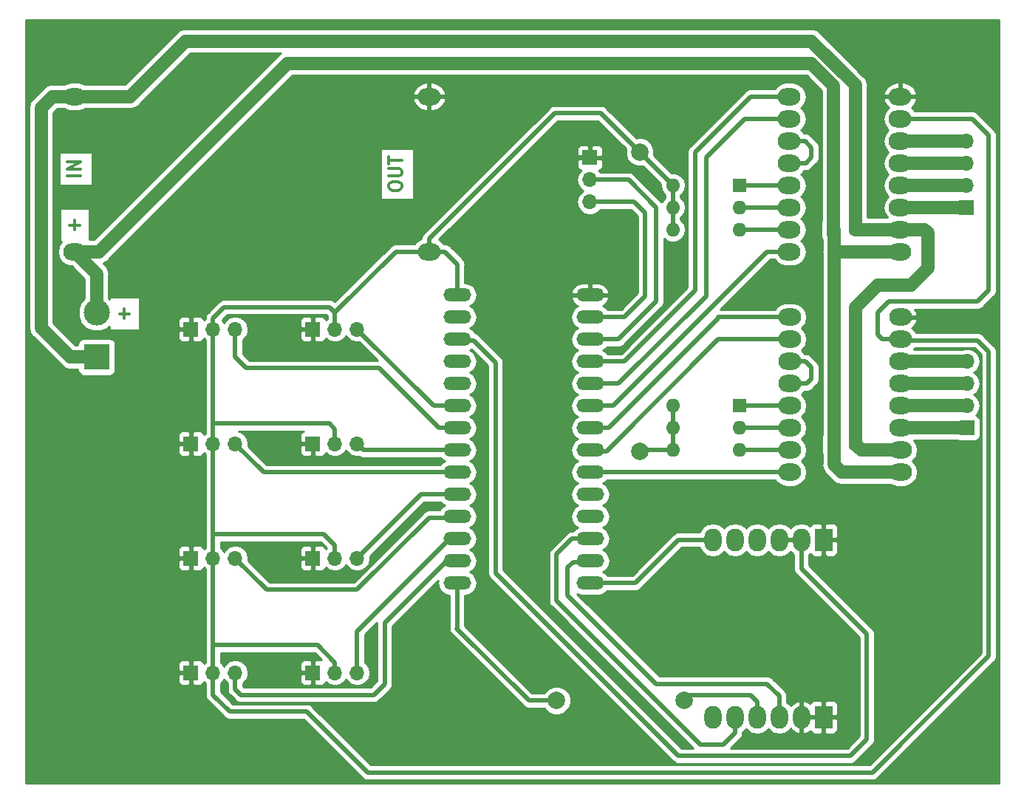
<source format=gbr>
G04 #@! TF.GenerationSoftware,KiCad,Pcbnew,5.0.0+dfsg1-2*
G04 #@! TF.CreationDate,2019-05-20T14:59:26+02:00*
G04 #@! TF.ProjectId,BLOBCNC_FEEDER,424C4F42434E435F4645454445522E6B,rev?*
G04 #@! TF.SameCoordinates,PXb2a5a48PY2284ab8*
G04 #@! TF.FileFunction,Copper,L1,Top,Signal*
G04 #@! TF.FilePolarity,Positive*
%FSLAX46Y46*%
G04 Gerber Fmt 4.6, Leading zero omitted, Abs format (unit mm)*
G04 Created by KiCad (PCBNEW 5.0.0+dfsg1-2) date Mon May 20 14:59:26 2019*
%MOMM*%
%LPD*%
G01*
G04 APERTURE LIST*
G04 #@! TA.AperFunction,NonConductor*
%ADD10C,0.300000*%
G04 #@! TD*
G04 #@! TA.AperFunction,ComponentPad*
%ADD11O,1.700000X1.700000*%
G04 #@! TD*
G04 #@! TA.AperFunction,ComponentPad*
%ADD12R,1.700000X1.700000*%
G04 #@! TD*
G04 #@! TA.AperFunction,ComponentPad*
%ADD13R,1.600000X1.600000*%
G04 #@! TD*
G04 #@! TA.AperFunction,ComponentPad*
%ADD14C,1.600000*%
G04 #@! TD*
G04 #@! TA.AperFunction,ComponentPad*
%ADD15O,2.600000X2.000000*%
G04 #@! TD*
G04 #@! TA.AperFunction,ComponentPad*
%ADD16R,3.000000X3.000000*%
G04 #@! TD*
G04 #@! TA.AperFunction,ComponentPad*
%ADD17C,3.000000*%
G04 #@! TD*
G04 #@! TA.AperFunction,ComponentPad*
%ADD18O,1.600000X1.600000*%
G04 #@! TD*
G04 #@! TA.AperFunction,ComponentPad*
%ADD19O,3.175000X1.524000*%
G04 #@! TD*
G04 #@! TA.AperFunction,ComponentPad*
%ADD20O,2.000000X2.600000*%
G04 #@! TD*
G04 #@! TA.AperFunction,ComponentPad*
%ADD21R,2.000000X2.600000*%
G04 #@! TD*
G04 #@! TA.AperFunction,ViaPad*
%ADD22C,2.000000*%
G04 #@! TD*
G04 #@! TA.AperFunction,Conductor*
%ADD23C,1.500000*%
G04 #@! TD*
G04 #@! TA.AperFunction,Conductor*
%ADD24C,0.500000*%
G04 #@! TD*
G04 #@! TA.AperFunction,Conductor*
%ADD25C,0.254000*%
G04 #@! TD*
G04 APERTURE END LIST*
D10*
X-70671429Y-19915000D02*
X-70671429Y-19629285D01*
X-70600000Y-19486428D01*
X-70457143Y-19343571D01*
X-70171429Y-19272142D01*
X-69671429Y-19272142D01*
X-69385715Y-19343571D01*
X-69242858Y-19486428D01*
X-69171429Y-19629285D01*
X-69171429Y-19915000D01*
X-69242858Y-20057857D01*
X-69385715Y-20200714D01*
X-69671429Y-20272142D01*
X-70171429Y-20272142D01*
X-70457143Y-20200714D01*
X-70600000Y-20057857D01*
X-70671429Y-19915000D01*
X-70671429Y-18629285D02*
X-69457143Y-18629285D01*
X-69314286Y-18557857D01*
X-69242858Y-18486428D01*
X-69171429Y-18343571D01*
X-69171429Y-18057857D01*
X-69242858Y-17915000D01*
X-69314286Y-17843571D01*
X-69457143Y-17772142D01*
X-70671429Y-17772142D01*
X-70671429Y-17272142D02*
X-70671429Y-16415000D01*
X-69171429Y-16843571D02*
X-70671429Y-16843571D01*
X-106001429Y-18565714D02*
X-107501429Y-18565714D01*
X-106001429Y-17851428D02*
X-107501429Y-17851428D01*
X-106001429Y-16994285D01*
X-107501429Y-16994285D01*
X-107251429Y-24237142D02*
X-106108572Y-24237142D01*
X-106680000Y-24808571D02*
X-106680000Y-23665714D01*
X-101536429Y-34397142D02*
X-100393572Y-34397142D01*
X-100965000Y-34968571D02*
X-100965000Y-33825714D01*
D11*
G04 #@! TO.P,J10,3*
G04 #@! TO.N,Net-(J10-Pad3)*
X-88265000Y-62441666D03*
G04 #@! TO.P,J10,2*
G04 #@! TO.N,+5V*
X-90805000Y-62441666D03*
D12*
G04 #@! TO.P,J10,1*
G04 #@! TO.N,GND*
X-93345000Y-62441666D03*
G04 #@! TD*
D13*
G04 #@! TO.P,C1,1*
G04 #@! TO.N,+36V*
X-19635524Y-49402393D03*
D14*
G04 #@! TO.P,C1,2*
G04 #@! TO.N,GNDPWR*
X-17135524Y-49402393D03*
G04 #@! TD*
G04 #@! TO.P,C2,2*
G04 #@! TO.N,GNDPWR*
X-17185000Y-24765000D03*
D13*
G04 #@! TO.P,C2,1*
G04 #@! TO.N,+36V*
X-19685000Y-24765000D03*
G04 #@! TD*
D15*
G04 #@! TO.P,Dr1,1*
G04 #@! TO.N,Net-(Dr1-Pad1)*
X-24765000Y-27305000D03*
G04 #@! TO.P,Dr1,2*
G04 #@! TO.N,Net-(Dr1-Pad2)*
X-24765000Y-24765000D03*
G04 #@! TO.P,Dr1,3*
G04 #@! TO.N,Net-(Dr1-Pad3)*
X-24765000Y-22225000D03*
G04 #@! TO.P,Dr1,4*
G04 #@! TO.N,Net-(Dr1-Pad4)*
X-24765000Y-19685000D03*
G04 #@! TO.P,Dr1,5*
G04 #@! TO.N,Net-(Dr1-Pad5)*
X-24765000Y-17145000D03*
G04 #@! TO.P,Dr1,6*
X-24765000Y-14605000D03*
G04 #@! TO.P,Dr1,7*
G04 #@! TO.N,Net-(Dr1-Pad7)*
X-24765000Y-12065000D03*
G04 #@! TO.P,Dr1,8*
G04 #@! TO.N,Net-(Dr1-Pad8)*
X-24765000Y-9525000D03*
G04 #@! TO.P,Dr1,9*
G04 #@! TO.N,GND*
X-12065000Y-9525000D03*
G04 #@! TO.P,Dr1,10*
G04 #@! TO.N,+5V*
X-12065000Y-12065000D03*
G04 #@! TO.P,Dr1,11*
G04 #@! TO.N,Net-(Dr1-Pad11)*
X-12065000Y-14605000D03*
G04 #@! TO.P,Dr1,12*
G04 #@! TO.N,Net-(Dr1-Pad12)*
X-12065000Y-17145000D03*
G04 #@! TO.P,Dr1,13*
G04 #@! TO.N,Net-(Dr1-Pad13)*
X-12065000Y-19685000D03*
G04 #@! TO.P,Dr1,14*
G04 #@! TO.N,Net-(Dr1-Pad14)*
X-12065000Y-22225000D03*
G04 #@! TO.P,Dr1,15*
G04 #@! TO.N,GNDPWR*
X-12065000Y-24765000D03*
G04 #@! TO.P,Dr1,16*
G04 #@! TO.N,+36V*
X-12065000Y-27305000D03*
G04 #@! TD*
G04 #@! TO.P,Dr2,16*
G04 #@! TO.N,+36V*
X-12015524Y-52577393D03*
G04 #@! TO.P,Dr2,15*
G04 #@! TO.N,GNDPWR*
X-12015524Y-50037393D03*
G04 #@! TO.P,Dr2,14*
G04 #@! TO.N,Net-(Dr2-Pad14)*
X-12015524Y-47497393D03*
G04 #@! TO.P,Dr2,13*
G04 #@! TO.N,Net-(Dr2-Pad13)*
X-12015524Y-44957393D03*
G04 #@! TO.P,Dr2,12*
G04 #@! TO.N,Net-(Dr2-Pad12)*
X-12015524Y-42417393D03*
G04 #@! TO.P,Dr2,11*
G04 #@! TO.N,Net-(Dr2-Pad11)*
X-12015524Y-39877393D03*
G04 #@! TO.P,Dr2,10*
G04 #@! TO.N,+5V*
X-12015524Y-37337393D03*
G04 #@! TO.P,Dr2,9*
G04 #@! TO.N,GND*
X-12015524Y-34797393D03*
G04 #@! TO.P,Dr2,8*
G04 #@! TO.N,Net-(Dr2-Pad8)*
X-24715524Y-34797393D03*
G04 #@! TO.P,Dr2,7*
G04 #@! TO.N,Net-(Dr2-Pad7)*
X-24715524Y-37337393D03*
G04 #@! TO.P,Dr2,6*
G04 #@! TO.N,Net-(Dr2-Pad5)*
X-24715524Y-39877393D03*
G04 #@! TO.P,Dr2,5*
X-24715524Y-42417393D03*
G04 #@! TO.P,Dr2,4*
G04 #@! TO.N,Net-(Dr2-Pad4)*
X-24715524Y-44957393D03*
G04 #@! TO.P,Dr2,3*
G04 #@! TO.N,Net-(Dr2-Pad3)*
X-24715524Y-47497393D03*
G04 #@! TO.P,Dr2,2*
G04 #@! TO.N,Net-(Dr2-Pad2)*
X-24715524Y-50037393D03*
G04 #@! TO.P,Dr2,1*
G04 #@! TO.N,Net-(Dr2-Pad1)*
X-24715524Y-52577393D03*
G04 #@! TD*
D16*
G04 #@! TO.P,J1,1*
G04 #@! TO.N,GNDPWR*
X-104140000Y-39370000D03*
D17*
G04 #@! TO.P,J1,2*
G04 #@! TO.N,+36V*
X-104140000Y-34290000D03*
G04 #@! TD*
D12*
G04 #@! TO.P,J2,1*
G04 #@! TO.N,Net-(Dr1-Pad14)*
X-4445000Y-22225000D03*
D11*
G04 #@! TO.P,J2,2*
G04 #@! TO.N,Net-(Dr1-Pad13)*
X-4445000Y-19685000D03*
G04 #@! TO.P,J2,3*
G04 #@! TO.N,Net-(Dr1-Pad12)*
X-4445000Y-17145000D03*
G04 #@! TO.P,J2,4*
G04 #@! TO.N,Net-(Dr1-Pad11)*
X-4445000Y-14605000D03*
G04 #@! TD*
G04 #@! TO.P,J3,4*
G04 #@! TO.N,Net-(Dr2-Pad11)*
X-4395524Y-39877393D03*
G04 #@! TO.P,J3,3*
G04 #@! TO.N,Net-(Dr2-Pad12)*
X-4395524Y-42417393D03*
G04 #@! TO.P,J3,2*
G04 #@! TO.N,Net-(Dr2-Pad13)*
X-4395524Y-44957393D03*
D12*
G04 #@! TO.P,J3,1*
G04 #@! TO.N,Net-(Dr2-Pad14)*
X-4395524Y-47497393D03*
G04 #@! TD*
G04 #@! TO.P,J4,1*
G04 #@! TO.N,GND*
X-47625000Y-16510000D03*
D11*
G04 #@! TO.P,J4,2*
G04 #@! TO.N,Net-(J4-Pad2)*
X-47625000Y-19050000D03*
G04 #@! TO.P,J4,3*
G04 #@! TO.N,Net-(J4-Pad3)*
X-47625000Y-21590000D03*
G04 #@! TD*
D12*
G04 #@! TO.P,J5,1*
G04 #@! TO.N,GND*
X-79375000Y-36195000D03*
D11*
G04 #@! TO.P,J5,2*
G04 #@! TO.N,+5V*
X-76835000Y-36195000D03*
G04 #@! TO.P,J5,3*
G04 #@! TO.N,Net-(J5-Pad3)*
X-74295000Y-36195000D03*
G04 #@! TD*
G04 #@! TO.P,J6,3*
G04 #@! TO.N,Net-(J6-Pad3)*
X-88265000Y-36195000D03*
G04 #@! TO.P,J6,2*
G04 #@! TO.N,+5V*
X-90805000Y-36195000D03*
D12*
G04 #@! TO.P,J6,1*
G04 #@! TO.N,GND*
X-93345000Y-36195000D03*
G04 #@! TD*
G04 #@! TO.P,J7,1*
G04 #@! TO.N,GND*
X-79375000Y-49318333D03*
D11*
G04 #@! TO.P,J7,2*
G04 #@! TO.N,+5V*
X-76835000Y-49318333D03*
G04 #@! TO.P,J7,3*
G04 #@! TO.N,Net-(J7-Pad3)*
X-74295000Y-49318333D03*
G04 #@! TD*
G04 #@! TO.P,J8,3*
G04 #@! TO.N,Net-(J8-Pad3)*
X-88265000Y-49318333D03*
G04 #@! TO.P,J8,2*
G04 #@! TO.N,+5V*
X-90805000Y-49318333D03*
D12*
G04 #@! TO.P,J8,1*
G04 #@! TO.N,GND*
X-93345000Y-49318333D03*
G04 #@! TD*
G04 #@! TO.P,J9,1*
G04 #@! TO.N,GND*
X-79375000Y-62441666D03*
D11*
G04 #@! TO.P,J9,2*
G04 #@! TO.N,+5V*
X-76835000Y-62441666D03*
G04 #@! TO.P,J9,3*
G04 #@! TO.N,Net-(J9-Pad3)*
X-74295000Y-62441666D03*
G04 #@! TD*
D12*
G04 #@! TO.P,J11,1*
G04 #@! TO.N,GND*
X-79375000Y-75565000D03*
D11*
G04 #@! TO.P,J11,2*
G04 #@! TO.N,+5V*
X-76835000Y-75565000D03*
G04 #@! TO.P,J11,3*
G04 #@! TO.N,Net-(J11-Pad3)*
X-74295000Y-75565000D03*
G04 #@! TD*
G04 #@! TO.P,J12,3*
G04 #@! TO.N,Net-(J12-Pad3)*
X-88265000Y-75565000D03*
G04 #@! TO.P,J12,2*
G04 #@! TO.N,+5V*
X-90805000Y-75565000D03*
D12*
G04 #@! TO.P,J12,1*
G04 #@! TO.N,GND*
X-93345000Y-75565000D03*
G04 #@! TD*
D13*
G04 #@! TO.P,SW1,1*
G04 #@! TO.N,Net-(Dr1-Pad4)*
X-30480000Y-19685000D03*
D18*
G04 #@! TO.P,SW1,4*
G04 #@! TO.N,+5V*
X-38100000Y-24765000D03*
G04 #@! TO.P,SW1,2*
G04 #@! TO.N,Net-(Dr1-Pad3)*
X-30480000Y-22225000D03*
G04 #@! TO.P,SW1,5*
G04 #@! TO.N,+5V*
X-38100000Y-22225000D03*
G04 #@! TO.P,SW1,3*
G04 #@! TO.N,Net-(Dr1-Pad2)*
X-30480000Y-24765000D03*
G04 #@! TO.P,SW1,6*
G04 #@! TO.N,+5V*
X-38100000Y-19685000D03*
G04 #@! TD*
G04 #@! TO.P,SW2,6*
G04 #@! TO.N,+5V*
X-38050524Y-44957393D03*
G04 #@! TO.P,SW2,3*
G04 #@! TO.N,Net-(Dr2-Pad2)*
X-30430524Y-50037393D03*
G04 #@! TO.P,SW2,5*
G04 #@! TO.N,+5V*
X-38050524Y-47497393D03*
G04 #@! TO.P,SW2,2*
G04 #@! TO.N,Net-(Dr2-Pad3)*
X-30430524Y-47497393D03*
G04 #@! TO.P,SW2,4*
G04 #@! TO.N,+5V*
X-38050524Y-50037393D03*
D13*
G04 #@! TO.P,SW2,1*
G04 #@! TO.N,Net-(Dr2-Pad4)*
X-30430524Y-44957393D03*
G04 #@! TD*
D15*
G04 #@! TO.P,U1,1*
G04 #@! TO.N,GNDPWR*
X-106680000Y-9525000D03*
G04 #@! TO.P,U1,2*
G04 #@! TO.N,+36V*
X-106680000Y-27305000D03*
G04 #@! TO.P,U1,3*
G04 #@! TO.N,GND*
X-66040000Y-9525000D03*
G04 #@! TO.P,U1,4*
G04 #@! TO.N,+5V*
X-66040000Y-27305000D03*
G04 #@! TD*
D19*
G04 #@! TO.P,U2,0*
G04 #@! TO.N,Net-(J4-Pad3)*
X-47575524Y-34797393D03*
G04 #@! TO.P,U2,1*
G04 #@! TO.N,Net-(J4-Pad2)*
X-47575524Y-37337393D03*
G04 #@! TO.P,U2,2*
G04 #@! TO.N,Net-(Dr1-Pad8)*
X-47575524Y-39877393D03*
G04 #@! TO.P,U2,3*
G04 #@! TO.N,Net-(Dr1-Pad7)*
X-47575524Y-42417393D03*
G04 #@! TO.P,U2,4*
G04 #@! TO.N,Net-(Dr1-Pad1)*
X-47575524Y-44957393D03*
G04 #@! TO.P,U2,5*
G04 #@! TO.N,Net-(Dr2-Pad8)*
X-47575524Y-47497393D03*
G04 #@! TO.P,U2,6*
G04 #@! TO.N,Net-(Dr2-Pad7)*
X-47575524Y-50037393D03*
G04 #@! TO.P,U2,7*
G04 #@! TO.N,Net-(Dr2-Pad1)*
X-47575524Y-52577393D03*
G04 #@! TO.P,U2,8*
G04 #@! TO.N,N/C*
X-47575524Y-55117393D03*
G04 #@! TO.P,U2,9*
X-47575524Y-57657393D03*
G04 #@! TO.P,U2,10*
G04 #@! TO.N,Net-(U2-Pad10)*
X-47575524Y-60197393D03*
G04 #@! TO.P,U2,11*
G04 #@! TO.N,Net-(U2-Pad11)*
X-47575524Y-62737393D03*
G04 #@! TO.P,U2,12*
G04 #@! TO.N,Net-(U2-Pad12)*
X-47575524Y-65277393D03*
G04 #@! TO.P,U2,13*
G04 #@! TO.N,Net-(U2-Pad13)*
X-62815524Y-65277393D03*
G04 #@! TO.P,U2,14*
G04 #@! TO.N,Net-(J12-Pad3)*
X-62815524Y-62737393D03*
G04 #@! TO.P,U2,15*
G04 #@! TO.N,Net-(J11-Pad3)*
X-62815524Y-60197393D03*
G04 #@! TO.P,U2,16*
G04 #@! TO.N,Net-(J10-Pad3)*
X-62815524Y-57657393D03*
G04 #@! TO.P,U2,17*
G04 #@! TO.N,Net-(J9-Pad3)*
X-62815524Y-55117393D03*
G04 #@! TO.P,U2,18*
G04 #@! TO.N,Net-(J8-Pad3)*
X-62815524Y-52577393D03*
G04 #@! TO.P,U2,19*
G04 #@! TO.N,Net-(J7-Pad3)*
X-62815524Y-50037393D03*
G04 #@! TO.P,U2,20*
G04 #@! TO.N,Net-(J6-Pad3)*
X-62815524Y-47497393D03*
G04 #@! TO.P,U2,21*
G04 #@! TO.N,Net-(J5-Pad3)*
X-62815524Y-44957393D03*
G04 #@! TO.P,U2,22*
G04 #@! TO.N,N/C*
X-62815524Y-42417393D03*
G04 #@! TO.P,U2,23*
X-62815524Y-39877393D03*
G04 #@! TO.P,U2,24*
G04 #@! TO.N,+3V3*
X-62815524Y-37337393D03*
G04 #@! TO.P,U2,25*
G04 #@! TO.N,N/C*
X-62815524Y-34797393D03*
G04 #@! TO.P,U2,26*
G04 #@! TO.N,+5V*
X-62815524Y-32257393D03*
G04 #@! TO.P,U2,27*
G04 #@! TO.N,GND*
X-47575524Y-32257393D03*
G04 #@! TD*
D20*
G04 #@! TO.P,U3,5*
G04 #@! TO.N,N/C*
X-33528000Y-80645000D03*
G04 #@! TO.P,U3,4*
G04 #@! TO.N,Net-(U2-Pad10)*
X-30988000Y-80645000D03*
G04 #@! TO.P,U3,3*
G04 #@! TO.N,Net-(U2-Pad13)*
X-28448000Y-80645000D03*
G04 #@! TO.P,U3,2*
G04 #@! TO.N,Net-(U2-Pad11)*
X-25908000Y-80645000D03*
G04 #@! TO.P,U3,1*
G04 #@! TO.N,GND*
X-23368000Y-80645000D03*
D21*
X-20828000Y-80645000D03*
X-20828000Y-60325000D03*
D20*
G04 #@! TO.P,U3,8*
G04 #@! TO.N,+3V3*
X-23368000Y-60325000D03*
X-25908000Y-60325000D03*
G04 #@! TO.P,U3,*
G04 #@! TO.N,*
X-28448000Y-60325000D03*
G04 #@! TO.P,U3,7*
G04 #@! TO.N,N/C*
X-30988000Y-60325000D03*
G04 #@! TO.P,U3,6*
G04 #@! TO.N,Net-(U2-Pad12)*
X-33528000Y-60325000D03*
G04 #@! TD*
D22*
G04 #@! TO.N,GND*
X-52070000Y-16510000D03*
X-66040000Y-16510000D03*
X-82550000Y-36195000D03*
X-82550000Y-30480000D03*
X-85090000Y-36195000D03*
X-85090000Y-49530000D03*
X-82550000Y-49530000D03*
X-82550000Y-62230000D03*
X-85090000Y-62230000D03*
X-85090000Y-75565000D03*
X-11430000Y-74930000D03*
X-20955000Y-74930000D03*
G04 #@! TO.N,+5V*
X-41910000Y-15875000D03*
X-41910000Y-50165000D03*
G04 #@! TO.N,Net-(U2-Pad13)*
X-36830000Y-78740000D03*
X-51435000Y-78740000D03*
G04 #@! TD*
D23*
G04 #@! TO.N,+36V*
X-104140000Y-29845000D02*
X-106680000Y-27305000D01*
X-104140000Y-34290000D02*
X-104140000Y-29845000D01*
X-19635524Y-51702393D02*
X-19635524Y-49402393D01*
X-18760524Y-52577393D02*
X-19635524Y-51702393D01*
X-12015524Y-52577393D02*
X-18760524Y-52577393D01*
X-19635524Y-24814476D02*
X-19685000Y-24765000D01*
X-19685000Y-24765000D02*
X-19685000Y-8255000D01*
X-19685000Y-8255000D02*
X-22225000Y-5715000D01*
X-22225000Y-5715000D02*
X-82290000Y-5715000D01*
X-103880000Y-27305000D02*
X-106680000Y-27305000D01*
X-82290000Y-5715000D02*
X-103880000Y-27305000D01*
X-12065000Y-27305000D02*
X-19635524Y-27305000D01*
X-19635524Y-49402393D02*
X-19635524Y-27305000D01*
X-19635524Y-27305000D02*
X-19635524Y-24814476D01*
G04 #@! TO.N,GNDPWR*
X-110490000Y-36020000D02*
X-110490000Y-10795000D01*
X-110490000Y-10795000D02*
X-109220000Y-9525000D01*
X-104140000Y-39370000D02*
X-107140000Y-39370000D01*
X-109220000Y-9525000D02*
X-106680000Y-9525000D01*
X-107140000Y-39370000D02*
X-110490000Y-36020000D01*
X-16500524Y-50037393D02*
X-12015524Y-50037393D01*
X-17135524Y-49402393D02*
X-16500524Y-50037393D01*
X-17185000Y-24765000D02*
X-12065000Y-24765000D01*
X-100330000Y-9525000D02*
X-106680000Y-9525000D01*
X-22225000Y-3175000D02*
X-93980000Y-3175000D01*
X-93980000Y-3175000D02*
X-100330000Y-9525000D01*
X-17185000Y-24765000D02*
X-17185000Y-8215000D01*
X-17185000Y-8215000D02*
X-22225000Y-3175000D01*
X-17135524Y-33664476D02*
X-17135524Y-49402393D01*
X-17145000Y-33655000D02*
X-17135524Y-33664476D01*
X-9265000Y-24765000D02*
X-8890000Y-25140000D01*
X-12065000Y-24765000D02*
X-9265000Y-24765000D01*
X-14605000Y-31115000D02*
X-17145000Y-33655000D01*
X-8890000Y-25140000D02*
X-8890000Y-29210000D01*
X-8890000Y-29210000D02*
X-10795000Y-31115000D01*
X-10795000Y-31115000D02*
X-14605000Y-31115000D01*
D24*
G04 #@! TO.N,Net-(Dr1-Pad1)*
X-44957393Y-44957393D02*
X-47575524Y-44957393D01*
X-24765000Y-27305000D02*
X-27305000Y-27305000D01*
X-27305000Y-27305000D02*
X-44957393Y-44957393D01*
G04 #@! TO.N,Net-(Dr1-Pad2)*
X-30480000Y-24765000D02*
X-24765000Y-24765000D01*
G04 #@! TO.N,Net-(Dr1-Pad3)*
X-24765000Y-22225000D02*
X-30480000Y-22225000D01*
G04 #@! TO.N,Net-(Dr1-Pad4)*
X-30480000Y-19685000D02*
X-24765000Y-19685000D01*
G04 #@! TO.N,Net-(Dr1-Pad5)*
X-22965000Y-14605000D02*
X-22225000Y-15345000D01*
X-24765000Y-14605000D02*
X-22965000Y-14605000D01*
X-22225000Y-15345000D02*
X-22225000Y-16510000D01*
X-22860000Y-17145000D02*
X-24765000Y-17145000D01*
X-22225000Y-16510000D02*
X-22860000Y-17145000D01*
G04 #@! TO.N,Net-(Dr1-Pad7)*
X-44322393Y-42417393D02*
X-47575524Y-42417393D01*
X-34290000Y-32385000D02*
X-44322393Y-42417393D01*
X-34290000Y-16510000D02*
X-34290000Y-32385000D01*
X-24765000Y-12065000D02*
X-29845000Y-12065000D01*
X-29845000Y-12065000D02*
X-34290000Y-16510000D01*
G04 #@! TO.N,Net-(Dr1-Pad8)*
X-43687393Y-39877393D02*
X-47575524Y-39877393D01*
X-35560000Y-31750000D02*
X-43687393Y-39877393D01*
X-35560000Y-15875000D02*
X-35560000Y-31750000D01*
X-24765000Y-9525000D02*
X-29210000Y-9525000D01*
X-29210000Y-9525000D02*
X-35560000Y-15875000D01*
G04 #@! TO.N,GND*
X-47625000Y-16510000D02*
X-52070000Y-16510000D01*
X-66040000Y-16510000D02*
X-66040000Y-8255000D01*
X-66040000Y-8255000D02*
X-66040000Y-9525000D01*
X-79375000Y-36195000D02*
X-82550000Y-36195000D01*
X-82550000Y-30480000D02*
X-83964213Y-30480000D01*
X-82550000Y-36195000D02*
X-85090000Y-36195000D01*
X-85090000Y-49530000D02*
X-82550000Y-49530000D01*
X-82550000Y-62230000D02*
X-85090000Y-62230000D01*
X-11430000Y-71523000D02*
X-11430000Y-74930000D01*
X-20828000Y-60325000D02*
X-20828000Y-62125000D01*
X-20828000Y-62125000D02*
X-11430000Y-71523000D01*
G04 #@! TO.N,+5V*
X-62815524Y-28729476D02*
X-62815524Y-30995393D01*
X-64240000Y-27305000D02*
X-62815524Y-28729476D01*
X-62815524Y-30995393D02*
X-62815524Y-32257393D01*
X-66040000Y-27305000D02*
X-64240000Y-27305000D01*
X-66040000Y-25805000D02*
X-51665000Y-11430000D01*
X-66040000Y-27305000D02*
X-66040000Y-25805000D01*
X-51665000Y-11430000D02*
X-46355000Y-11430000D01*
X-38100000Y-19685000D02*
X-38100000Y-24765000D01*
X-14605000Y-36830000D02*
X-14097607Y-37337393D01*
X-14605000Y-34290000D02*
X-14605000Y-36830000D01*
X-3810000Y-12065000D02*
X-1905000Y-13970000D01*
X-14097607Y-37337393D02*
X-12015524Y-37337393D01*
X-12065000Y-12065000D02*
X-3810000Y-12065000D01*
X-1905000Y-13970000D02*
X-1905000Y-31750000D01*
X-1905000Y-31750000D02*
X-3175000Y-33020000D01*
X-3175000Y-33020000D02*
X-13335000Y-33020000D01*
X-13335000Y-33020000D02*
X-14605000Y-34290000D01*
X-38050524Y-50037393D02*
X-38050524Y-44957393D01*
X-46355000Y-11430000D02*
X-41910000Y-15875000D01*
X-41910000Y-15875000D02*
X-38100000Y-19685000D01*
X-38050524Y-50037393D02*
X-41782393Y-50037393D01*
X-41782393Y-50037393D02*
X-41910000Y-50165000D01*
X-80077919Y-80010000D02*
X-88900000Y-80010000D01*
X-90805000Y-78105000D02*
X-90805000Y-75565000D01*
X-88900000Y-80010000D02*
X-90805000Y-78105000D01*
X-73092919Y-86995000D02*
X-80077919Y-80010000D01*
X-15240000Y-86995000D02*
X-73092919Y-86995000D01*
X-10922607Y-37337393D02*
X-10795000Y-37465000D01*
X-10795000Y-37465000D02*
X-3175000Y-37465000D01*
X-12015524Y-37337393D02*
X-10922607Y-37337393D01*
X-3175000Y-37465000D02*
X-1905000Y-38735000D01*
X-1905000Y-73660000D02*
X-15240000Y-86995000D01*
X-1905000Y-38735000D02*
X-1905000Y-73660000D01*
X-77470000Y-46990000D02*
X-90805000Y-46990000D01*
X-76835000Y-47625000D02*
X-77470000Y-46990000D01*
X-76835000Y-49318333D02*
X-76835000Y-47625000D01*
X-90805000Y-46990000D02*
X-90805000Y-36195000D01*
X-90805000Y-59690000D02*
X-90805000Y-46990000D01*
X-90805000Y-75565000D02*
X-90805000Y-73660000D01*
X-76835000Y-74362919D02*
X-78807919Y-72390000D01*
X-76835000Y-75565000D02*
X-76835000Y-74362919D01*
X-78807919Y-72390000D02*
X-90805000Y-72390000D01*
X-90805000Y-73660000D02*
X-90805000Y-72390000D01*
X-90805000Y-72390000D02*
X-90805000Y-59690000D01*
X-76835000Y-62441666D02*
X-76835000Y-60960000D01*
X-78105000Y-59690000D02*
X-90805000Y-59690000D01*
X-76835000Y-60960000D02*
X-78105000Y-59690000D01*
X-76835000Y-36195000D02*
X-76835000Y-34290000D01*
X-76835000Y-34290000D02*
X-77470000Y-33655000D01*
X-77470000Y-33655000D02*
X-89535000Y-33655000D01*
X-90805000Y-34925000D02*
X-90805000Y-36195000D01*
X-89535000Y-33655000D02*
X-90805000Y-34925000D01*
X-69850000Y-27305000D02*
X-66040000Y-27305000D01*
X-76835000Y-34290000D02*
X-69850000Y-27305000D01*
D23*
G04 #@! TO.N,Net-(Dr1-Pad11)*
X-12065000Y-14605000D02*
X-4445000Y-14605000D01*
G04 #@! TO.N,Net-(Dr1-Pad12)*
X-4445000Y-17145000D02*
X-12065000Y-17145000D01*
G04 #@! TO.N,Net-(Dr1-Pad13)*
X-12065000Y-19685000D02*
X-4445000Y-19685000D01*
G04 #@! TO.N,Net-(Dr1-Pad14)*
X-4445000Y-22225000D02*
X-12065000Y-22225000D01*
G04 #@! TO.N,Net-(Dr2-Pad14)*
X-4395524Y-47497393D02*
X-12015524Y-47497393D01*
G04 #@! TO.N,Net-(Dr2-Pad13)*
X-12015524Y-44957393D02*
X-4395524Y-44957393D01*
G04 #@! TO.N,Net-(Dr2-Pad12)*
X-4395524Y-42417393D02*
X-12015524Y-42417393D01*
G04 #@! TO.N,Net-(Dr2-Pad11)*
X-12015524Y-39877393D02*
X-4395524Y-39877393D01*
D24*
G04 #@! TO.N,Net-(Dr2-Pad8)*
X-24715524Y-34797393D02*
X-32892393Y-34797393D01*
X-45488024Y-47497393D02*
X-47575524Y-47497393D01*
X-32892393Y-34901762D02*
X-45488024Y-47497393D01*
X-32892393Y-34797393D02*
X-32892393Y-34901762D01*
G04 #@! TO.N,Net-(Dr2-Pad7)*
X-45720000Y-50165000D02*
X-32892393Y-37337393D01*
X-46622417Y-50165000D02*
X-45720000Y-50165000D01*
X-47575524Y-50037393D02*
X-46750024Y-50037393D01*
X-32892393Y-37337393D02*
X-24715524Y-37337393D01*
X-46750024Y-50037393D02*
X-46622417Y-50165000D01*
G04 #@! TO.N,Net-(Dr2-Pad5)*
X-22915524Y-39877393D02*
X-22225000Y-40567917D01*
X-24715524Y-39877393D02*
X-22915524Y-39877393D01*
X-22225000Y-40567917D02*
X-22225000Y-41910000D01*
X-22732393Y-42417393D02*
X-24715524Y-42417393D01*
X-22225000Y-41910000D02*
X-22732393Y-42417393D01*
G04 #@! TO.N,Net-(Dr2-Pad4)*
X-24715524Y-44957393D02*
X-30430524Y-44957393D01*
G04 #@! TO.N,Net-(Dr2-Pad3)*
X-30430524Y-47497393D02*
X-24715524Y-47497393D01*
G04 #@! TO.N,Net-(Dr2-Pad2)*
X-26515524Y-50037393D02*
X-30430524Y-50037393D01*
X-24715524Y-50037393D02*
X-26515524Y-50037393D01*
G04 #@! TO.N,Net-(Dr2-Pad1)*
X-45488024Y-52577393D02*
X-24715524Y-52577393D01*
X-47575524Y-52577393D02*
X-45488024Y-52577393D01*
G04 #@! TO.N,Net-(J4-Pad2)*
X-40005000Y-33020000D02*
X-44322393Y-37337393D01*
X-40005000Y-22225000D02*
X-40005000Y-33020000D01*
X-44322393Y-37337393D02*
X-47575524Y-37337393D01*
X-47625000Y-19050000D02*
X-43180000Y-19050000D01*
X-43180000Y-19050000D02*
X-40005000Y-22225000D01*
G04 #@! TO.N,Net-(J4-Pad3)*
X-43687393Y-34797393D02*
X-47575524Y-34797393D01*
X-41275000Y-32385000D02*
X-43687393Y-34797393D01*
X-41275000Y-22860000D02*
X-41275000Y-32385000D01*
X-47625000Y-21590000D02*
X-42545000Y-21590000D01*
X-42545000Y-21590000D02*
X-41275000Y-22860000D01*
G04 #@! TO.N,Net-(J5-Pad3)*
X-65532607Y-44957393D02*
X-62815524Y-44957393D01*
X-74295000Y-36195000D02*
X-65532607Y-44957393D01*
G04 #@! TO.N,Net-(J6-Pad3)*
X-64903024Y-47497393D02*
X-67945000Y-44455417D01*
X-62815524Y-47497393D02*
X-64903024Y-47497393D01*
X-67945000Y-44455417D02*
X-67945000Y-44450000D01*
X-67945000Y-44450000D02*
X-71755000Y-40640000D01*
X-71755000Y-40640000D02*
X-86995000Y-40640000D01*
X-88265000Y-39370000D02*
X-88265000Y-36195000D01*
X-86995000Y-40640000D02*
X-88265000Y-39370000D01*
G04 #@! TO.N,Net-(J7-Pad3)*
X-73575940Y-50037393D02*
X-74295000Y-49318333D01*
X-62815524Y-50037393D02*
X-73575940Y-50037393D01*
G04 #@! TO.N,Net-(J8-Pad3)*
X-85005940Y-52577393D02*
X-88265000Y-49318333D01*
X-62815524Y-52577393D02*
X-85005940Y-52577393D01*
G04 #@! TO.N,Net-(J9-Pad3)*
X-66970727Y-55117393D02*
X-74295000Y-62441666D01*
X-62815524Y-55117393D02*
X-66970727Y-55117393D01*
G04 #@! TO.N,Net-(J10-Pad3)*
X-63641024Y-57657393D02*
X-63768631Y-57785000D01*
X-62815524Y-57657393D02*
X-63641024Y-57657393D01*
X-63768631Y-57785000D02*
X-66040000Y-57785000D01*
X-66040000Y-57785000D02*
X-74295000Y-66040000D01*
X-84666666Y-66040000D02*
X-88265000Y-62441666D01*
X-74295000Y-66040000D02*
X-84666666Y-66040000D01*
G04 #@! TO.N,Net-(J11-Pad3)*
X-74295000Y-70851369D02*
X-74295000Y-75565000D01*
X-62815524Y-60197393D02*
X-63641024Y-60197393D01*
X-63641024Y-60197393D02*
X-74295000Y-70851369D01*
G04 #@! TO.N,Net-(J12-Pad3)*
X-88265000Y-77470000D02*
X-88265000Y-75565000D01*
X-64007393Y-62737393D02*
X-71120000Y-69850000D01*
X-62815524Y-62737393D02*
X-64007393Y-62737393D01*
X-71120000Y-69850000D02*
X-71120000Y-76835000D01*
X-72390000Y-78105000D02*
X-87630000Y-78105000D01*
X-71120000Y-76835000D02*
X-72390000Y-78105000D01*
X-87630000Y-78105000D02*
X-88265000Y-77470000D01*
G04 #@! TO.N,Net-(U2-Pad10)*
X-30988000Y-82445000D02*
X-30988000Y-80645000D01*
X-47575524Y-60197393D02*
X-49663024Y-60197393D01*
X-51435000Y-61969369D02*
X-51435000Y-67310000D01*
X-32363000Y-83820000D02*
X-30988000Y-82445000D01*
X-49663024Y-60197393D02*
X-51435000Y-61969369D01*
X-51435000Y-67310000D02*
X-34925000Y-83820000D01*
X-34925000Y-83820000D02*
X-32363000Y-83820000D01*
G04 #@! TO.N,Net-(U2-Pad11)*
X-27305000Y-76835000D02*
X-25908000Y-78232000D01*
X-40005000Y-76835000D02*
X-27305000Y-76835000D01*
X-48401024Y-62737393D02*
X-48528631Y-62865000D01*
X-48528631Y-62865000D02*
X-49530000Y-62865000D01*
X-47575524Y-62737393D02*
X-48401024Y-62737393D01*
X-49530000Y-62865000D02*
X-50165000Y-63500000D01*
X-50165000Y-63500000D02*
X-50165000Y-66675000D01*
X-25908000Y-78232000D02*
X-25908000Y-80645000D01*
X-50165000Y-66675000D02*
X-40005000Y-76835000D01*
G04 #@! TO.N,Net-(U2-Pad12)*
X-47575524Y-65277393D02*
X-42417393Y-65277393D01*
X-37465000Y-60325000D02*
X-33528000Y-60325000D01*
X-42417393Y-65277393D02*
X-37465000Y-60325000D01*
G04 #@! TO.N,Net-(U2-Pad13)*
X-28448000Y-78845000D02*
X-29188000Y-78105000D01*
X-28448000Y-80645000D02*
X-28448000Y-78845000D01*
X-29188000Y-78105000D02*
X-36195000Y-78105000D01*
X-36195000Y-78105000D02*
X-36830000Y-78740000D01*
X-51435000Y-78740000D02*
X-54610000Y-78740000D01*
X-54610000Y-78740000D02*
X-62865000Y-70485000D01*
X-62815524Y-70435524D02*
X-62815524Y-65277393D01*
X-62865000Y-70485000D02*
X-62815524Y-70435524D01*
G04 #@! TO.N,+3V3*
X-58420000Y-64135000D02*
X-37465000Y-85090000D01*
X-61862417Y-37465000D02*
X-60960000Y-37465000D01*
X-62815524Y-37337393D02*
X-61990024Y-37337393D01*
X-15875000Y-71120000D02*
X-23368000Y-63627000D01*
X-17780000Y-85090000D02*
X-15875000Y-83185000D01*
X-37465000Y-85090000D02*
X-17780000Y-85090000D01*
X-61990024Y-37337393D02*
X-61862417Y-37465000D01*
X-58420000Y-40005000D02*
X-58420000Y-64135000D01*
X-15875000Y-83185000D02*
X-15875000Y-71120000D01*
X-60960000Y-37465000D02*
X-58420000Y-40005000D01*
X-23368000Y-63627000D02*
X-23368000Y-60325000D01*
X-25908000Y-60325000D02*
X-23368000Y-60325000D01*
G04 #@! TD*
D25*
G04 #@! TO.N,GND*
G36*
X-734999Y-88165000D02*
X-112295000Y-88165000D01*
X-112295000Y-75850750D01*
X-94830000Y-75850750D01*
X-94830000Y-76541309D01*
X-94733327Y-76774698D01*
X-94554699Y-76953327D01*
X-94321310Y-77050000D01*
X-93630750Y-77050000D01*
X-93472000Y-76891250D01*
X-93472000Y-75692000D01*
X-94671250Y-75692000D01*
X-94830000Y-75850750D01*
X-112295000Y-75850750D01*
X-112295000Y-74588691D01*
X-94830000Y-74588691D01*
X-94830000Y-75279250D01*
X-94671250Y-75438000D01*
X-93472000Y-75438000D01*
X-93472000Y-74238750D01*
X-93630750Y-74080000D01*
X-94321310Y-74080000D01*
X-94554699Y-74176673D01*
X-94733327Y-74355302D01*
X-94830000Y-74588691D01*
X-112295000Y-74588691D01*
X-112295000Y-62727416D01*
X-94830000Y-62727416D01*
X-94830000Y-63417975D01*
X-94733327Y-63651364D01*
X-94554699Y-63829993D01*
X-94321310Y-63926666D01*
X-93630750Y-63926666D01*
X-93472000Y-63767916D01*
X-93472000Y-62568666D01*
X-94671250Y-62568666D01*
X-94830000Y-62727416D01*
X-112295000Y-62727416D01*
X-112295000Y-61465357D01*
X-94830000Y-61465357D01*
X-94830000Y-62155916D01*
X-94671250Y-62314666D01*
X-93472000Y-62314666D01*
X-93472000Y-61115416D01*
X-93630750Y-60956666D01*
X-94321310Y-60956666D01*
X-94554699Y-61053339D01*
X-94733327Y-61231968D01*
X-94830000Y-61465357D01*
X-112295000Y-61465357D01*
X-112295000Y-49604083D01*
X-94830000Y-49604083D01*
X-94830000Y-50294642D01*
X-94733327Y-50528031D01*
X-94554699Y-50706660D01*
X-94321310Y-50803333D01*
X-93630750Y-50803333D01*
X-93472000Y-50644583D01*
X-93472000Y-49445333D01*
X-94671250Y-49445333D01*
X-94830000Y-49604083D01*
X-112295000Y-49604083D01*
X-112295000Y-48342024D01*
X-94830000Y-48342024D01*
X-94830000Y-49032583D01*
X-94671250Y-49191333D01*
X-93472000Y-49191333D01*
X-93472000Y-47992083D01*
X-93630750Y-47833333D01*
X-94321310Y-47833333D01*
X-94554699Y-47930006D01*
X-94733327Y-48108635D01*
X-94830000Y-48342024D01*
X-112295000Y-48342024D01*
X-112295000Y-10795000D01*
X-111902133Y-10795000D01*
X-111874999Y-10931412D01*
X-111875000Y-35883593D01*
X-111902133Y-36020000D01*
X-111820103Y-36432393D01*
X-111794641Y-36560399D01*
X-111488529Y-37018528D01*
X-111372888Y-37095797D01*
X-108215800Y-40252885D01*
X-108138529Y-40368529D01*
X-107680400Y-40674641D01*
X-107276407Y-40755000D01*
X-107276403Y-40755000D01*
X-107140001Y-40782132D01*
X-107003599Y-40755000D01*
X-106287440Y-40755000D01*
X-106287440Y-40870000D01*
X-106238157Y-41117765D01*
X-106097809Y-41327809D01*
X-105887765Y-41468157D01*
X-105640000Y-41517440D01*
X-102640000Y-41517440D01*
X-102392235Y-41468157D01*
X-102182191Y-41327809D01*
X-102041843Y-41117765D01*
X-101992560Y-40870000D01*
X-101992560Y-37870000D01*
X-102041843Y-37622235D01*
X-102182191Y-37412191D01*
X-102392235Y-37271843D01*
X-102640000Y-37222560D01*
X-105640000Y-37222560D01*
X-105887765Y-37271843D01*
X-106097809Y-37412191D01*
X-106238157Y-37622235D01*
X-106287440Y-37870000D01*
X-106287440Y-37985000D01*
X-106566315Y-37985000D01*
X-108070565Y-36480750D01*
X-94830000Y-36480750D01*
X-94830000Y-37171309D01*
X-94733327Y-37404698D01*
X-94554699Y-37583327D01*
X-94321310Y-37680000D01*
X-93630750Y-37680000D01*
X-93472000Y-37521250D01*
X-93472000Y-36322000D01*
X-94671250Y-36322000D01*
X-94830000Y-36480750D01*
X-108070565Y-36480750D01*
X-109105000Y-35446315D01*
X-109105000Y-15852143D01*
X-108470000Y-15852143D01*
X-108470000Y-19707857D01*
X-104650000Y-19707857D01*
X-104650000Y-15852143D01*
X-108470000Y-15852143D01*
X-109105000Y-15852143D01*
X-109105000Y-11368685D01*
X-108646314Y-10910000D01*
X-107850122Y-10910000D01*
X-107617945Y-11065136D01*
X-107141031Y-11160000D01*
X-106218969Y-11160000D01*
X-105742055Y-11065136D01*
X-105509878Y-10910000D01*
X-100466407Y-10910000D01*
X-100330000Y-10937133D01*
X-100193593Y-10910000D01*
X-99789600Y-10829641D01*
X-99331471Y-10523529D01*
X-99254201Y-10407886D01*
X-93406314Y-4560000D01*
X-83054354Y-4560000D01*
X-83288529Y-4716471D01*
X-83365798Y-4832112D01*
X-104453685Y-25920000D01*
X-104966428Y-25920000D01*
X-104966428Y-22340000D01*
X-108393571Y-22340000D01*
X-108393571Y-26160000D01*
X-108181333Y-26160000D01*
X-108520136Y-26667055D01*
X-108647031Y-27305000D01*
X-108520136Y-27942945D01*
X-108158769Y-28483769D01*
X-107617945Y-28845136D01*
X-107141031Y-28940000D01*
X-107003685Y-28940000D01*
X-105524999Y-30418686D01*
X-105525000Y-32655654D01*
X-105949966Y-33080620D01*
X-106275000Y-33865322D01*
X-106275000Y-34714678D01*
X-105949966Y-35499380D01*
X-105349380Y-36099966D01*
X-104564678Y-36425000D01*
X-103715322Y-36425000D01*
X-102930620Y-36099966D01*
X-102678571Y-35847917D01*
X-102678571Y-36320000D01*
X-99251428Y-36320000D01*
X-99251428Y-35218691D01*
X-94830000Y-35218691D01*
X-94830000Y-35909250D01*
X-94671250Y-36068000D01*
X-93472000Y-36068000D01*
X-93472000Y-34868750D01*
X-93630750Y-34710000D01*
X-94321310Y-34710000D01*
X-94554699Y-34806673D01*
X-94733327Y-34985302D01*
X-94830000Y-35218691D01*
X-99251428Y-35218691D01*
X-99251428Y-32500000D01*
X-102678571Y-32500000D01*
X-102678571Y-32732083D01*
X-102755000Y-32655654D01*
X-102755000Y-29981401D01*
X-102727868Y-29844999D01*
X-102755000Y-29708597D01*
X-102755000Y-29708593D01*
X-102835359Y-29304600D01*
X-103141471Y-28846471D01*
X-103257115Y-28769200D01*
X-103403887Y-28622428D01*
X-103339600Y-28609641D01*
X-102881471Y-28303529D01*
X-102804200Y-28187885D01*
X-90103458Y-15487143D01*
X-71640000Y-15487143D01*
X-71640000Y-21342857D01*
X-67820000Y-21342857D01*
X-67820000Y-15487143D01*
X-71640000Y-15487143D01*
X-90103458Y-15487143D01*
X-84521749Y-9905434D01*
X-67930124Y-9905434D01*
X-67899144Y-10033355D01*
X-67585922Y-10591317D01*
X-67083020Y-10986942D01*
X-66467000Y-11160000D01*
X-66167000Y-11160000D01*
X-66167000Y-9652000D01*
X-65913000Y-9652000D01*
X-65913000Y-11160000D01*
X-65613000Y-11160000D01*
X-64996980Y-10986942D01*
X-64494078Y-10591317D01*
X-64180856Y-10033355D01*
X-64149876Y-9905434D01*
X-64269223Y-9652000D01*
X-65913000Y-9652000D01*
X-66167000Y-9652000D01*
X-67810777Y-9652000D01*
X-67930124Y-9905434D01*
X-84521749Y-9905434D01*
X-83760881Y-9144566D01*
X-67930124Y-9144566D01*
X-67810777Y-9398000D01*
X-66167000Y-9398000D01*
X-66167000Y-7890000D01*
X-65913000Y-7890000D01*
X-65913000Y-9398000D01*
X-64269223Y-9398000D01*
X-64149876Y-9144566D01*
X-64180856Y-9016645D01*
X-64494078Y-8458683D01*
X-64996980Y-8063058D01*
X-65613000Y-7890000D01*
X-65913000Y-7890000D01*
X-66167000Y-7890000D01*
X-66467000Y-7890000D01*
X-67083020Y-8063058D01*
X-67585922Y-8458683D01*
X-67899144Y-9016645D01*
X-67930124Y-9144566D01*
X-83760881Y-9144566D01*
X-81716314Y-7100000D01*
X-22798685Y-7100000D01*
X-21069999Y-8828686D01*
X-21070000Y-23697544D01*
X-21083157Y-23717235D01*
X-21132440Y-23965000D01*
X-21132440Y-25565000D01*
X-21083157Y-25812765D01*
X-21020523Y-25906502D01*
X-21020524Y-27168592D01*
X-21047657Y-27305000D01*
X-21020523Y-27441412D01*
X-21020524Y-48334937D01*
X-21033681Y-48354628D01*
X-21082964Y-48602393D01*
X-21082964Y-50202393D01*
X-21033681Y-50450158D01*
X-21020523Y-50469849D01*
X-21020524Y-51565986D01*
X-21047657Y-51702393D01*
X-21000504Y-51939448D01*
X-20940165Y-52242792D01*
X-20634053Y-52700921D01*
X-20518412Y-52778190D01*
X-19836324Y-53460278D01*
X-19759053Y-53575922D01*
X-19421528Y-53801449D01*
X-19300924Y-53882034D01*
X-18760524Y-53989526D01*
X-18624117Y-53962393D01*
X-13185646Y-53962393D01*
X-12953469Y-54117529D01*
X-12476555Y-54212393D01*
X-11554493Y-54212393D01*
X-11077579Y-54117529D01*
X-10536755Y-53756162D01*
X-10175388Y-53215338D01*
X-10048493Y-52577393D01*
X-10175388Y-51939448D01*
X-10536755Y-51398624D01*
X-10673292Y-51307393D01*
X-10536755Y-51216162D01*
X-10175388Y-50675338D01*
X-10048493Y-50037393D01*
X-10175388Y-49399448D01*
X-10520873Y-48882393D01*
X-5587809Y-48882393D01*
X-5493289Y-48945550D01*
X-5245524Y-48994833D01*
X-3545524Y-48994833D01*
X-3297759Y-48945550D01*
X-3087715Y-48805202D01*
X-2947367Y-48595158D01*
X-2898084Y-48347393D01*
X-2898084Y-46647393D01*
X-2947367Y-46399628D01*
X-3087715Y-46189584D01*
X-3297759Y-46049236D01*
X-3343143Y-46040209D01*
X-3324899Y-46028018D01*
X-2996685Y-45536811D01*
X-2881432Y-44957393D01*
X-2996685Y-44377975D01*
X-3324899Y-43886768D01*
X-3623285Y-43687393D01*
X-3324899Y-43488018D01*
X-2996685Y-42996811D01*
X-2881432Y-42417393D01*
X-2996685Y-41837975D01*
X-3324899Y-41346768D01*
X-3623285Y-41147393D01*
X-3324899Y-40948018D01*
X-2996685Y-40456811D01*
X-2881432Y-39877393D01*
X-2996685Y-39297975D01*
X-3324899Y-38806768D01*
X-3816106Y-38478554D01*
X-4249268Y-38392393D01*
X-4541780Y-38392393D01*
X-4974942Y-38478554D01*
X-4995654Y-38492393D01*
X-10520873Y-38492393D01*
X-10425729Y-38350000D01*
X-3541578Y-38350000D01*
X-2790000Y-39101579D01*
X-2789999Y-73293420D01*
X-15606578Y-86110000D01*
X-72726340Y-86110000D01*
X-79390494Y-79445847D01*
X-79439870Y-79371951D01*
X-79732609Y-79176348D01*
X-79990754Y-79125000D01*
X-79990758Y-79125000D01*
X-80077919Y-79107663D01*
X-80165080Y-79125000D01*
X-88533421Y-79125000D01*
X-89920000Y-77738422D01*
X-89920000Y-76759656D01*
X-89734375Y-76635625D01*
X-89535000Y-76337239D01*
X-89335625Y-76635625D01*
X-89150000Y-76759656D01*
X-89150000Y-77382839D01*
X-89167337Y-77470000D01*
X-89150000Y-77557161D01*
X-89150000Y-77557164D01*
X-89098652Y-77815309D01*
X-88903049Y-78108049D01*
X-88829154Y-78157425D01*
X-88317424Y-78669155D01*
X-88268049Y-78743049D01*
X-88194156Y-78792423D01*
X-88194155Y-78792424D01*
X-88004087Y-78919424D01*
X-87975310Y-78938652D01*
X-87717165Y-78990000D01*
X-87717161Y-78990000D01*
X-87630000Y-79007337D01*
X-87542839Y-78990000D01*
X-72477161Y-78990000D01*
X-72390000Y-79007337D01*
X-72302839Y-78990000D01*
X-72302835Y-78990000D01*
X-72044690Y-78938652D01*
X-71751951Y-78743049D01*
X-71702575Y-78669153D01*
X-70555844Y-77522423D01*
X-70481951Y-77473049D01*
X-70432575Y-77399154D01*
X-70286349Y-77180311D01*
X-70286348Y-77180310D01*
X-70235000Y-76922165D01*
X-70235000Y-76922161D01*
X-70217663Y-76835001D01*
X-70235000Y-76747841D01*
X-70235000Y-70216578D01*
X-65008177Y-64989756D01*
X-65065392Y-65277393D01*
X-64956968Y-65822475D01*
X-64648204Y-66284573D01*
X-64186106Y-66593337D01*
X-63778612Y-66674393D01*
X-63700523Y-66674393D01*
X-63700524Y-70149102D01*
X-63767337Y-70485000D01*
X-63698652Y-70830309D01*
X-63503049Y-71123049D01*
X-63429154Y-71172424D01*
X-55297423Y-79304156D01*
X-55248049Y-79378049D01*
X-55174156Y-79427423D01*
X-55174155Y-79427424D01*
X-55017012Y-79532424D01*
X-54955310Y-79573652D01*
X-54697165Y-79625000D01*
X-54697161Y-79625000D01*
X-54610000Y-79642337D01*
X-54522839Y-79625000D01*
X-52838132Y-79625000D01*
X-52821086Y-79666153D01*
X-52361153Y-80126086D01*
X-51760222Y-80375000D01*
X-51109778Y-80375000D01*
X-50508847Y-80126086D01*
X-50048914Y-79666153D01*
X-49800000Y-79065222D01*
X-49800000Y-78414778D01*
X-50048914Y-77813847D01*
X-50508847Y-77353914D01*
X-51109778Y-77105000D01*
X-51760222Y-77105000D01*
X-52361153Y-77353914D01*
X-52821086Y-77813847D01*
X-52838132Y-77855000D01*
X-54243421Y-77855000D01*
X-61930524Y-70167898D01*
X-61930524Y-66674393D01*
X-61852436Y-66674393D01*
X-61444942Y-66593337D01*
X-60982844Y-66284573D01*
X-60674080Y-65822475D01*
X-60565656Y-65277393D01*
X-60674080Y-64732311D01*
X-60982844Y-64270213D01*
X-61376182Y-64007393D01*
X-60982844Y-63744573D01*
X-60674080Y-63282475D01*
X-60565656Y-62737393D01*
X-60674080Y-62192311D01*
X-60982844Y-61730213D01*
X-61376182Y-61467393D01*
X-60982844Y-61204573D01*
X-60674080Y-60742475D01*
X-60565656Y-60197393D01*
X-60674080Y-59652311D01*
X-60982844Y-59190213D01*
X-61376182Y-58927393D01*
X-60982844Y-58664573D01*
X-60674080Y-58202475D01*
X-60565656Y-57657393D01*
X-60674080Y-57112311D01*
X-60982844Y-56650213D01*
X-61376182Y-56387393D01*
X-60982844Y-56124573D01*
X-60674080Y-55662475D01*
X-60565656Y-55117393D01*
X-60674080Y-54572311D01*
X-60982844Y-54110213D01*
X-61376182Y-53847393D01*
X-60982844Y-53584573D01*
X-60674080Y-53122475D01*
X-60565656Y-52577393D01*
X-60674080Y-52032311D01*
X-60982844Y-51570213D01*
X-61376182Y-51307393D01*
X-60982844Y-51044573D01*
X-60674080Y-50582475D01*
X-60565656Y-50037393D01*
X-60674080Y-49492311D01*
X-60982844Y-49030213D01*
X-61376182Y-48767393D01*
X-60982844Y-48504573D01*
X-60674080Y-48042475D01*
X-60565656Y-47497393D01*
X-60674080Y-46952311D01*
X-60982844Y-46490213D01*
X-61376182Y-46227393D01*
X-60982844Y-45964573D01*
X-60674080Y-45502475D01*
X-60565656Y-44957393D01*
X-60674080Y-44412311D01*
X-60982844Y-43950213D01*
X-61376182Y-43687393D01*
X-60982844Y-43424573D01*
X-60674080Y-42962475D01*
X-60565656Y-42417393D01*
X-60674080Y-41872311D01*
X-60982844Y-41410213D01*
X-61376182Y-41147393D01*
X-60982844Y-40884573D01*
X-60674080Y-40422475D01*
X-60565656Y-39877393D01*
X-60674080Y-39332311D01*
X-60982844Y-38870213D01*
X-61376182Y-38607393D01*
X-61192151Y-38484427D01*
X-59305000Y-40371579D01*
X-59304999Y-64047834D01*
X-59322337Y-64135000D01*
X-59253652Y-64480309D01*
X-59107424Y-64699154D01*
X-59107422Y-64699156D01*
X-59058048Y-64773049D01*
X-58984155Y-64822423D01*
X-38152423Y-85654156D01*
X-38103049Y-85728049D01*
X-38029156Y-85777423D01*
X-38029155Y-85777424D01*
X-37918120Y-85851615D01*
X-37810310Y-85923652D01*
X-37552165Y-85975000D01*
X-37552161Y-85975000D01*
X-37465001Y-85992337D01*
X-37377841Y-85975000D01*
X-17867161Y-85975000D01*
X-17780000Y-85992337D01*
X-17692839Y-85975000D01*
X-17692835Y-85975000D01*
X-17434690Y-85923652D01*
X-17141951Y-85728049D01*
X-17092575Y-85654153D01*
X-15310844Y-83872423D01*
X-15236951Y-83823049D01*
X-15041348Y-83530310D01*
X-14990000Y-83272165D01*
X-14990000Y-83272161D01*
X-14972663Y-83185000D01*
X-14990000Y-83097839D01*
X-14990000Y-71207159D01*
X-14972663Y-71119999D01*
X-14990000Y-71032839D01*
X-14990000Y-71032835D01*
X-15041348Y-70774690D01*
X-15236951Y-70481951D01*
X-15310844Y-70432577D01*
X-22483000Y-63260422D01*
X-22483000Y-62000059D01*
X-22386635Y-61935670D01*
X-22366327Y-61984698D01*
X-22187699Y-62163327D01*
X-21954310Y-62260000D01*
X-21113750Y-62260000D01*
X-20955000Y-62101250D01*
X-20955000Y-60452000D01*
X-20701000Y-60452000D01*
X-20701000Y-62101250D01*
X-20542250Y-62260000D01*
X-19701690Y-62260000D01*
X-19468301Y-62163327D01*
X-19289673Y-61984698D01*
X-19193000Y-61751309D01*
X-19193000Y-60610750D01*
X-19351750Y-60452000D01*
X-20701000Y-60452000D01*
X-20955000Y-60452000D01*
X-20975000Y-60452000D01*
X-20975000Y-60198000D01*
X-20955000Y-60198000D01*
X-20955000Y-58548750D01*
X-20701000Y-58548750D01*
X-20701000Y-60198000D01*
X-19351750Y-60198000D01*
X-19193000Y-60039250D01*
X-19193000Y-58898691D01*
X-19289673Y-58665302D01*
X-19468301Y-58486673D01*
X-19701690Y-58390000D01*
X-20542250Y-58390000D01*
X-20701000Y-58548750D01*
X-20955000Y-58548750D01*
X-21113750Y-58390000D01*
X-21954310Y-58390000D01*
X-22187699Y-58486673D01*
X-22366327Y-58665302D01*
X-22386635Y-58714330D01*
X-22730056Y-58484864D01*
X-23368000Y-58357969D01*
X-24005945Y-58484864D01*
X-24546769Y-58846231D01*
X-24638000Y-58982768D01*
X-24729231Y-58846231D01*
X-25270056Y-58484864D01*
X-25908000Y-58357969D01*
X-26545945Y-58484864D01*
X-27086769Y-58846231D01*
X-27178000Y-58982768D01*
X-27269231Y-58846231D01*
X-27810056Y-58484864D01*
X-28448000Y-58357969D01*
X-29085945Y-58484864D01*
X-29626769Y-58846231D01*
X-29718000Y-58982768D01*
X-29809231Y-58846231D01*
X-30350056Y-58484864D01*
X-30988000Y-58357969D01*
X-31625945Y-58484864D01*
X-32166769Y-58846231D01*
X-32258000Y-58982768D01*
X-32349231Y-58846231D01*
X-32890056Y-58484864D01*
X-33528000Y-58357969D01*
X-34165945Y-58484864D01*
X-34706769Y-58846231D01*
X-35068136Y-59387056D01*
X-35078667Y-59440000D01*
X-37377841Y-59440000D01*
X-37465001Y-59422663D01*
X-37552161Y-59440000D01*
X-37552165Y-59440000D01*
X-37810310Y-59491348D01*
X-37810312Y-59491349D01*
X-37810311Y-59491349D01*
X-38029155Y-59637576D01*
X-38029156Y-59637577D01*
X-38103049Y-59686951D01*
X-38152423Y-59760844D01*
X-42783971Y-64392393D01*
X-45661206Y-64392393D01*
X-45742844Y-64270213D01*
X-46136182Y-64007393D01*
X-45742844Y-63744573D01*
X-45434080Y-63282475D01*
X-45325656Y-62737393D01*
X-45434080Y-62192311D01*
X-45742844Y-61730213D01*
X-46136182Y-61467393D01*
X-45742844Y-61204573D01*
X-45434080Y-60742475D01*
X-45325656Y-60197393D01*
X-45434080Y-59652311D01*
X-45742844Y-59190213D01*
X-46136182Y-58927393D01*
X-45742844Y-58664573D01*
X-45434080Y-58202475D01*
X-45325656Y-57657393D01*
X-45434080Y-57112311D01*
X-45742844Y-56650213D01*
X-46136182Y-56387393D01*
X-45742844Y-56124573D01*
X-45434080Y-55662475D01*
X-45325656Y-55117393D01*
X-45434080Y-54572311D01*
X-45742844Y-54110213D01*
X-46136182Y-53847393D01*
X-45742844Y-53584573D01*
X-45661206Y-53462393D01*
X-26390583Y-53462393D01*
X-26194293Y-53756162D01*
X-25653469Y-54117529D01*
X-25176555Y-54212393D01*
X-24254493Y-54212393D01*
X-23777579Y-54117529D01*
X-23236755Y-53756162D01*
X-22875388Y-53215338D01*
X-22748493Y-52577393D01*
X-22875388Y-51939448D01*
X-23236755Y-51398624D01*
X-23373292Y-51307393D01*
X-23236755Y-51216162D01*
X-22875388Y-50675338D01*
X-22748493Y-50037393D01*
X-22875388Y-49399448D01*
X-23236755Y-48858624D01*
X-23373292Y-48767393D01*
X-23236755Y-48676162D01*
X-22875388Y-48135338D01*
X-22748493Y-47497393D01*
X-22875388Y-46859448D01*
X-23236755Y-46318624D01*
X-23373292Y-46227393D01*
X-23236755Y-46136162D01*
X-22875388Y-45595338D01*
X-22748493Y-44957393D01*
X-22875388Y-44319448D01*
X-23236755Y-43778624D01*
X-23373292Y-43687393D01*
X-23236755Y-43596162D01*
X-23040465Y-43302393D01*
X-22819554Y-43302393D01*
X-22732393Y-43319730D01*
X-22645232Y-43302393D01*
X-22645228Y-43302393D01*
X-22387083Y-43251045D01*
X-22094344Y-43055442D01*
X-22044968Y-42981546D01*
X-21660847Y-42597425D01*
X-21586951Y-42548049D01*
X-21391348Y-42255310D01*
X-21340000Y-41997165D01*
X-21340000Y-41997160D01*
X-21322663Y-41910001D01*
X-21340000Y-41822841D01*
X-21340000Y-40655076D01*
X-21322663Y-40567916D01*
X-21340000Y-40480756D01*
X-21340000Y-40480752D01*
X-21391348Y-40222607D01*
X-21534712Y-40008049D01*
X-21537576Y-40003762D01*
X-21537577Y-40003761D01*
X-21586951Y-39929868D01*
X-21660844Y-39880494D01*
X-22228100Y-39313239D01*
X-22277475Y-39239344D01*
X-22570214Y-39043741D01*
X-22828359Y-38992393D01*
X-22828363Y-38992393D01*
X-22915524Y-38975056D01*
X-23002685Y-38992393D01*
X-23040465Y-38992393D01*
X-23236755Y-38698624D01*
X-23373292Y-38607393D01*
X-23236755Y-38516162D01*
X-22875388Y-37975338D01*
X-22748493Y-37337393D01*
X-22875388Y-36699448D01*
X-23236755Y-36158624D01*
X-23373292Y-36067393D01*
X-23236755Y-35976162D01*
X-22875388Y-35435338D01*
X-22748493Y-34797393D01*
X-22875388Y-34159448D01*
X-23236755Y-33618624D01*
X-23777579Y-33257257D01*
X-24254493Y-33162393D01*
X-25176555Y-33162393D01*
X-25653469Y-33257257D01*
X-26194293Y-33618624D01*
X-26390583Y-33912393D01*
X-32660814Y-33912393D01*
X-26938421Y-28190000D01*
X-26440059Y-28190000D01*
X-26243769Y-28483769D01*
X-25702945Y-28845136D01*
X-25226031Y-28940000D01*
X-24303969Y-28940000D01*
X-23827055Y-28845136D01*
X-23286231Y-28483769D01*
X-22924864Y-27942945D01*
X-22797969Y-27305000D01*
X-22924864Y-26667055D01*
X-23286231Y-26126231D01*
X-23422768Y-26035000D01*
X-23286231Y-25943769D01*
X-22924864Y-25402945D01*
X-22797969Y-24765000D01*
X-22924864Y-24127055D01*
X-23286231Y-23586231D01*
X-23422768Y-23495000D01*
X-23286231Y-23403769D01*
X-22924864Y-22862945D01*
X-22797969Y-22225000D01*
X-22924864Y-21587055D01*
X-23286231Y-21046231D01*
X-23422768Y-20955000D01*
X-23286231Y-20863769D01*
X-22924864Y-20322945D01*
X-22797969Y-19685000D01*
X-22924864Y-19047055D01*
X-23286231Y-18506231D01*
X-23422768Y-18415000D01*
X-23286231Y-18323769D01*
X-23089941Y-18030000D01*
X-22947161Y-18030000D01*
X-22860000Y-18047337D01*
X-22772839Y-18030000D01*
X-22772835Y-18030000D01*
X-22514690Y-17978652D01*
X-22221951Y-17783049D01*
X-22172575Y-17709154D01*
X-21660844Y-17197423D01*
X-21586951Y-17148049D01*
X-21391348Y-16855310D01*
X-21340000Y-16597165D01*
X-21340000Y-16597161D01*
X-21322663Y-16510000D01*
X-21340000Y-16422839D01*
X-21340000Y-15432159D01*
X-21322663Y-15344999D01*
X-21340000Y-15257840D01*
X-21340000Y-15257835D01*
X-21391348Y-14999690D01*
X-21586951Y-14706951D01*
X-21660844Y-14657577D01*
X-22277575Y-14040847D01*
X-22326951Y-13966951D01*
X-22619690Y-13771348D01*
X-22877835Y-13720000D01*
X-22877839Y-13720000D01*
X-22965000Y-13702663D01*
X-23052161Y-13720000D01*
X-23089941Y-13720000D01*
X-23286231Y-13426231D01*
X-23422768Y-13335000D01*
X-23286231Y-13243769D01*
X-22924864Y-12702945D01*
X-22797969Y-12065000D01*
X-22924864Y-11427055D01*
X-23286231Y-10886231D01*
X-23422768Y-10795000D01*
X-23286231Y-10703769D01*
X-22924864Y-10162945D01*
X-22797969Y-9525000D01*
X-22924864Y-8887055D01*
X-23286231Y-8346231D01*
X-23827055Y-7984864D01*
X-24303969Y-7890000D01*
X-25226031Y-7890000D01*
X-25702945Y-7984864D01*
X-26243769Y-8346231D01*
X-26440059Y-8640000D01*
X-29122841Y-8640000D01*
X-29210001Y-8622663D01*
X-29297161Y-8640000D01*
X-29297165Y-8640000D01*
X-29555310Y-8691348D01*
X-29555312Y-8691349D01*
X-29555311Y-8691349D01*
X-29774155Y-8837576D01*
X-29774156Y-8837577D01*
X-29848049Y-8886951D01*
X-29897423Y-8960844D01*
X-36124153Y-15187575D01*
X-36198049Y-15236951D01*
X-36393652Y-15529691D01*
X-36445000Y-15787836D01*
X-36445000Y-15787839D01*
X-36462337Y-15875000D01*
X-36445000Y-15962161D01*
X-36444999Y-31383420D01*
X-44053971Y-38992393D01*
X-45661206Y-38992393D01*
X-45742844Y-38870213D01*
X-46136182Y-38607393D01*
X-45742844Y-38344573D01*
X-45661206Y-38222393D01*
X-44409554Y-38222393D01*
X-44322393Y-38239730D01*
X-44235232Y-38222393D01*
X-44235228Y-38222393D01*
X-43977083Y-38171045D01*
X-43684344Y-37975442D01*
X-43634968Y-37901546D01*
X-39440844Y-33707423D01*
X-39366951Y-33658049D01*
X-39280100Y-33528069D01*
X-39171348Y-33365310D01*
X-39160285Y-33309690D01*
X-39120000Y-33107165D01*
X-39120000Y-33107161D01*
X-39102663Y-33020000D01*
X-39120000Y-32932839D01*
X-39120000Y-25809317D01*
X-38659909Y-26116740D01*
X-38241333Y-26200000D01*
X-37958667Y-26200000D01*
X-37540091Y-26116740D01*
X-37065423Y-25799577D01*
X-36748260Y-25324909D01*
X-36636887Y-24765000D01*
X-36748260Y-24205091D01*
X-37065423Y-23730423D01*
X-37215000Y-23630479D01*
X-37215000Y-23359521D01*
X-37065423Y-23259577D01*
X-36748260Y-22784909D01*
X-36636887Y-22225000D01*
X-36748260Y-21665091D01*
X-37065423Y-21190423D01*
X-37215000Y-21090479D01*
X-37215000Y-20819521D01*
X-37065423Y-20719577D01*
X-36748260Y-20244909D01*
X-36636887Y-19685000D01*
X-36748260Y-19125091D01*
X-37065423Y-18650423D01*
X-37540091Y-18333260D01*
X-37958667Y-18250000D01*
X-38241333Y-18250000D01*
X-38276438Y-18256983D01*
X-40292046Y-16241375D01*
X-40275000Y-16200222D01*
X-40275000Y-15549778D01*
X-40523914Y-14948847D01*
X-40983847Y-14488914D01*
X-41584778Y-14240000D01*
X-42235222Y-14240000D01*
X-42276375Y-14257046D01*
X-45667575Y-10865847D01*
X-45716951Y-10791951D01*
X-46009690Y-10596348D01*
X-46267835Y-10545000D01*
X-46267839Y-10545000D01*
X-46355000Y-10527663D01*
X-46442161Y-10545000D01*
X-51577839Y-10545000D01*
X-51665000Y-10527663D01*
X-51752161Y-10545000D01*
X-51752165Y-10545000D01*
X-51985017Y-10591317D01*
X-52010310Y-10596348D01*
X-52229155Y-10742576D01*
X-52229156Y-10742577D01*
X-52303049Y-10791951D01*
X-52352423Y-10865844D01*
X-66604155Y-25117577D01*
X-66678048Y-25166951D01*
X-66727422Y-25240844D01*
X-66727424Y-25240846D01*
X-66873652Y-25459691D01*
X-66932558Y-25755836D01*
X-66977945Y-25764864D01*
X-67518769Y-26126231D01*
X-67715059Y-26420000D01*
X-69762839Y-26420000D01*
X-69850000Y-26402663D01*
X-69937161Y-26420000D01*
X-69937165Y-26420000D01*
X-70195310Y-26471348D01*
X-70414155Y-26617576D01*
X-70414156Y-26617577D01*
X-70488049Y-26666951D01*
X-70537423Y-26740844D01*
X-76824572Y-33027994D01*
X-76831951Y-33016951D01*
X-77124690Y-32821348D01*
X-77382835Y-32770000D01*
X-77382839Y-32770000D01*
X-77470000Y-32752663D01*
X-77557161Y-32770000D01*
X-89447841Y-32770000D01*
X-89535001Y-32752663D01*
X-89622161Y-32770000D01*
X-89622165Y-32770000D01*
X-89880310Y-32821348D01*
X-89880312Y-32821349D01*
X-89880311Y-32821349D01*
X-90099155Y-32967576D01*
X-90099156Y-32967577D01*
X-90173049Y-33016951D01*
X-90222423Y-33090844D01*
X-91369153Y-34237575D01*
X-91443049Y-34286951D01*
X-91638652Y-34579691D01*
X-91690000Y-34837836D01*
X-91690000Y-34837839D01*
X-91707337Y-34925000D01*
X-91692075Y-35001731D01*
X-91875625Y-35124375D01*
X-91890096Y-35146033D01*
X-91956673Y-34985302D01*
X-92135301Y-34806673D01*
X-92368690Y-34710000D01*
X-93059250Y-34710000D01*
X-93218000Y-34868750D01*
X-93218000Y-36068000D01*
X-93198000Y-36068000D01*
X-93198000Y-36322000D01*
X-93218000Y-36322000D01*
X-93218000Y-37521250D01*
X-93059250Y-37680000D01*
X-92368690Y-37680000D01*
X-92135301Y-37583327D01*
X-91956673Y-37404698D01*
X-91890096Y-37243967D01*
X-91875625Y-37265625D01*
X-91689999Y-37389656D01*
X-91690000Y-46902835D01*
X-91707338Y-46990000D01*
X-91689999Y-47077170D01*
X-91689999Y-48123677D01*
X-91875625Y-48247708D01*
X-91890096Y-48269366D01*
X-91956673Y-48108635D01*
X-92135301Y-47930006D01*
X-92368690Y-47833333D01*
X-93059250Y-47833333D01*
X-93218000Y-47992083D01*
X-93218000Y-49191333D01*
X-93198000Y-49191333D01*
X-93198000Y-49445333D01*
X-93218000Y-49445333D01*
X-93218000Y-50644583D01*
X-93059250Y-50803333D01*
X-92368690Y-50803333D01*
X-92135301Y-50706660D01*
X-91956673Y-50528031D01*
X-91890096Y-50367300D01*
X-91875625Y-50388958D01*
X-91689999Y-50512989D01*
X-91690000Y-59602835D01*
X-91707338Y-59690000D01*
X-91689999Y-59777170D01*
X-91689999Y-61247010D01*
X-91875625Y-61371041D01*
X-91890096Y-61392699D01*
X-91956673Y-61231968D01*
X-92135301Y-61053339D01*
X-92368690Y-60956666D01*
X-93059250Y-60956666D01*
X-93218000Y-61115416D01*
X-93218000Y-62314666D01*
X-93198000Y-62314666D01*
X-93198000Y-62568666D01*
X-93218000Y-62568666D01*
X-93218000Y-63767916D01*
X-93059250Y-63926666D01*
X-92368690Y-63926666D01*
X-92135301Y-63829993D01*
X-91956673Y-63651364D01*
X-91890096Y-63490633D01*
X-91875625Y-63512291D01*
X-91689999Y-63636322D01*
X-91690000Y-72302835D01*
X-91707338Y-72390000D01*
X-91689999Y-72477169D01*
X-91690000Y-73747164D01*
X-91689999Y-73747169D01*
X-91689999Y-74370344D01*
X-91875625Y-74494375D01*
X-91890096Y-74516033D01*
X-91956673Y-74355302D01*
X-92135301Y-74176673D01*
X-92368690Y-74080000D01*
X-93059250Y-74080000D01*
X-93218000Y-74238750D01*
X-93218000Y-75438000D01*
X-93198000Y-75438000D01*
X-93198000Y-75692000D01*
X-93218000Y-75692000D01*
X-93218000Y-76891250D01*
X-93059250Y-77050000D01*
X-92368690Y-77050000D01*
X-92135301Y-76953327D01*
X-91956673Y-76774698D01*
X-91890096Y-76613967D01*
X-91875625Y-76635625D01*
X-91689999Y-76759656D01*
X-91690000Y-78017839D01*
X-91707337Y-78105000D01*
X-91690000Y-78192161D01*
X-91690000Y-78192164D01*
X-91638652Y-78450309D01*
X-91443049Y-78743049D01*
X-91369154Y-78792424D01*
X-89587423Y-80574156D01*
X-89538049Y-80648049D01*
X-89464156Y-80697423D01*
X-89464155Y-80697424D01*
X-89352544Y-80772000D01*
X-89245310Y-80843652D01*
X-88987165Y-80895000D01*
X-88987161Y-80895000D01*
X-88900000Y-80912337D01*
X-88812839Y-80895000D01*
X-80444497Y-80895000D01*
X-73780342Y-87559156D01*
X-73730968Y-87633049D01*
X-73657075Y-87682423D01*
X-73657074Y-87682424D01*
X-73438229Y-87828652D01*
X-73180084Y-87880000D01*
X-73180080Y-87880000D01*
X-73092919Y-87897337D01*
X-73005758Y-87880000D01*
X-15327161Y-87880000D01*
X-15240000Y-87897337D01*
X-15152839Y-87880000D01*
X-15152835Y-87880000D01*
X-14894690Y-87828652D01*
X-14601951Y-87633049D01*
X-14552575Y-87559153D01*
X-1340844Y-74347423D01*
X-1266951Y-74298049D01*
X-1185849Y-74176673D01*
X-1071348Y-74005310D01*
X-1030264Y-73798764D01*
X-1020000Y-73747165D01*
X-1020000Y-73747161D01*
X-1002663Y-73660000D01*
X-1020000Y-73572839D01*
X-1020000Y-38822159D01*
X-1002663Y-38734999D01*
X-1020000Y-38647839D01*
X-1020000Y-38647835D01*
X-1071348Y-38389690D01*
X-1169769Y-38242393D01*
X-1217576Y-38170845D01*
X-1217577Y-38170844D01*
X-1266951Y-38096951D01*
X-1340844Y-38047577D01*
X-2487576Y-36900846D01*
X-2536951Y-36826951D01*
X-2829690Y-36631348D01*
X-3087835Y-36580000D01*
X-3087839Y-36580000D01*
X-3175000Y-36562663D01*
X-3262161Y-36580000D01*
X-10255201Y-36580000D01*
X-10536755Y-36158624D01*
X-10703153Y-36047441D01*
X-10469602Y-35863710D01*
X-10156380Y-35305748D01*
X-10125400Y-35177827D01*
X-10244747Y-34924393D01*
X-11888524Y-34924393D01*
X-11888524Y-34944393D01*
X-12142524Y-34944393D01*
X-12142524Y-34924393D01*
X-12162524Y-34924393D01*
X-12162524Y-34670393D01*
X-12142524Y-34670393D01*
X-12142524Y-34650393D01*
X-11888524Y-34650393D01*
X-11888524Y-34670393D01*
X-10244747Y-34670393D01*
X-10125400Y-34416959D01*
X-10156380Y-34289038D01*
X-10371967Y-33905000D01*
X-3262161Y-33905000D01*
X-3175000Y-33922337D01*
X-3087839Y-33905000D01*
X-3087835Y-33905000D01*
X-2829690Y-33853652D01*
X-2536951Y-33658049D01*
X-2487575Y-33584153D01*
X-1340844Y-32437423D01*
X-1266951Y-32388049D01*
X-1071348Y-32095310D01*
X-1020000Y-31837165D01*
X-1020000Y-31837161D01*
X-1002663Y-31750001D01*
X-1020000Y-31662841D01*
X-1020000Y-14057161D01*
X-1002663Y-13970000D01*
X-1020000Y-13882839D01*
X-1020000Y-13882835D01*
X-1071348Y-13624690D01*
X-1131695Y-13534375D01*
X-1217576Y-13405845D01*
X-1217577Y-13405844D01*
X-1266951Y-13331951D01*
X-1340844Y-13282577D01*
X-3122575Y-11500847D01*
X-3171951Y-11426951D01*
X-3464690Y-11231348D01*
X-3722835Y-11180000D01*
X-3722839Y-11180000D01*
X-3810000Y-11162663D01*
X-3897161Y-11180000D01*
X-10389941Y-11180000D01*
X-10586231Y-10886231D01*
X-10752629Y-10775048D01*
X-10519078Y-10591317D01*
X-10205856Y-10033355D01*
X-10174876Y-9905434D01*
X-10294223Y-9652000D01*
X-11938000Y-9652000D01*
X-11938000Y-9672000D01*
X-12192000Y-9672000D01*
X-12192000Y-9652000D01*
X-13835777Y-9652000D01*
X-13955124Y-9905434D01*
X-13924144Y-10033355D01*
X-13610922Y-10591317D01*
X-13377371Y-10775048D01*
X-13543769Y-10886231D01*
X-13905136Y-11427055D01*
X-14032031Y-12065000D01*
X-13905136Y-12702945D01*
X-13543769Y-13243769D01*
X-13407232Y-13335000D01*
X-13543769Y-13426231D01*
X-13905136Y-13967055D01*
X-14032031Y-14605000D01*
X-13905136Y-15242945D01*
X-13543769Y-15783769D01*
X-13407232Y-15875000D01*
X-13543769Y-15966231D01*
X-13905136Y-16507055D01*
X-14032031Y-17145000D01*
X-13905136Y-17782945D01*
X-13543769Y-18323769D01*
X-13407232Y-18415000D01*
X-13543769Y-18506231D01*
X-13905136Y-19047055D01*
X-14032031Y-19685000D01*
X-13905136Y-20322945D01*
X-13543769Y-20863769D01*
X-13407232Y-20955000D01*
X-13543769Y-21046231D01*
X-13905136Y-21587055D01*
X-14032031Y-22225000D01*
X-13905136Y-22862945D01*
X-13559651Y-23380000D01*
X-15800000Y-23380000D01*
X-15800000Y-9144566D01*
X-13955124Y-9144566D01*
X-13835777Y-9398000D01*
X-12192000Y-9398000D01*
X-12192000Y-7890000D01*
X-11938000Y-7890000D01*
X-11938000Y-9398000D01*
X-10294223Y-9398000D01*
X-10174876Y-9144566D01*
X-10205856Y-9016645D01*
X-10519078Y-8458683D01*
X-11021980Y-8063058D01*
X-11638000Y-7890000D01*
X-11938000Y-7890000D01*
X-12192000Y-7890000D01*
X-12492000Y-7890000D01*
X-13108020Y-8063058D01*
X-13610922Y-8458683D01*
X-13924144Y-9016645D01*
X-13955124Y-9144566D01*
X-15800000Y-9144566D01*
X-15800000Y-8351405D01*
X-15772867Y-8214999D01*
X-15818644Y-7984864D01*
X-15880359Y-7674600D01*
X-16186471Y-7216471D01*
X-16302115Y-7139200D01*
X-21149200Y-2292115D01*
X-21226471Y-2176471D01*
X-21684600Y-1870359D01*
X-22088593Y-1790000D01*
X-22225000Y-1762867D01*
X-22361407Y-1790000D01*
X-93843595Y-1790000D01*
X-93980001Y-1762867D01*
X-94116407Y-1790000D01*
X-94520400Y-1870359D01*
X-94978529Y-2176471D01*
X-95055798Y-2292112D01*
X-100903685Y-8140000D01*
X-105509878Y-8140000D01*
X-105742055Y-7984864D01*
X-106218969Y-7890000D01*
X-107141031Y-7890000D01*
X-107617945Y-7984864D01*
X-107850122Y-8140000D01*
X-109083595Y-8140000D01*
X-109220001Y-8112867D01*
X-109356407Y-8140000D01*
X-109760400Y-8220359D01*
X-110218529Y-8526471D01*
X-110295798Y-8642112D01*
X-111372888Y-9719203D01*
X-111488528Y-9796471D01*
X-111565797Y-9912112D01*
X-111794641Y-10254601D01*
X-111902133Y-10795000D01*
X-112295000Y-10795000D01*
X-112295000Y-735000D01*
X-735000Y-735000D01*
X-734999Y-88165000D01*
X-734999Y-88165000D01*
G37*
X-734999Y-88165000D02*
X-112295000Y-88165000D01*
X-112295000Y-75850750D01*
X-94830000Y-75850750D01*
X-94830000Y-76541309D01*
X-94733327Y-76774698D01*
X-94554699Y-76953327D01*
X-94321310Y-77050000D01*
X-93630750Y-77050000D01*
X-93472000Y-76891250D01*
X-93472000Y-75692000D01*
X-94671250Y-75692000D01*
X-94830000Y-75850750D01*
X-112295000Y-75850750D01*
X-112295000Y-74588691D01*
X-94830000Y-74588691D01*
X-94830000Y-75279250D01*
X-94671250Y-75438000D01*
X-93472000Y-75438000D01*
X-93472000Y-74238750D01*
X-93630750Y-74080000D01*
X-94321310Y-74080000D01*
X-94554699Y-74176673D01*
X-94733327Y-74355302D01*
X-94830000Y-74588691D01*
X-112295000Y-74588691D01*
X-112295000Y-62727416D01*
X-94830000Y-62727416D01*
X-94830000Y-63417975D01*
X-94733327Y-63651364D01*
X-94554699Y-63829993D01*
X-94321310Y-63926666D01*
X-93630750Y-63926666D01*
X-93472000Y-63767916D01*
X-93472000Y-62568666D01*
X-94671250Y-62568666D01*
X-94830000Y-62727416D01*
X-112295000Y-62727416D01*
X-112295000Y-61465357D01*
X-94830000Y-61465357D01*
X-94830000Y-62155916D01*
X-94671250Y-62314666D01*
X-93472000Y-62314666D01*
X-93472000Y-61115416D01*
X-93630750Y-60956666D01*
X-94321310Y-60956666D01*
X-94554699Y-61053339D01*
X-94733327Y-61231968D01*
X-94830000Y-61465357D01*
X-112295000Y-61465357D01*
X-112295000Y-49604083D01*
X-94830000Y-49604083D01*
X-94830000Y-50294642D01*
X-94733327Y-50528031D01*
X-94554699Y-50706660D01*
X-94321310Y-50803333D01*
X-93630750Y-50803333D01*
X-93472000Y-50644583D01*
X-93472000Y-49445333D01*
X-94671250Y-49445333D01*
X-94830000Y-49604083D01*
X-112295000Y-49604083D01*
X-112295000Y-48342024D01*
X-94830000Y-48342024D01*
X-94830000Y-49032583D01*
X-94671250Y-49191333D01*
X-93472000Y-49191333D01*
X-93472000Y-47992083D01*
X-93630750Y-47833333D01*
X-94321310Y-47833333D01*
X-94554699Y-47930006D01*
X-94733327Y-48108635D01*
X-94830000Y-48342024D01*
X-112295000Y-48342024D01*
X-112295000Y-10795000D01*
X-111902133Y-10795000D01*
X-111874999Y-10931412D01*
X-111875000Y-35883593D01*
X-111902133Y-36020000D01*
X-111820103Y-36432393D01*
X-111794641Y-36560399D01*
X-111488529Y-37018528D01*
X-111372888Y-37095797D01*
X-108215800Y-40252885D01*
X-108138529Y-40368529D01*
X-107680400Y-40674641D01*
X-107276407Y-40755000D01*
X-107276403Y-40755000D01*
X-107140001Y-40782132D01*
X-107003599Y-40755000D01*
X-106287440Y-40755000D01*
X-106287440Y-40870000D01*
X-106238157Y-41117765D01*
X-106097809Y-41327809D01*
X-105887765Y-41468157D01*
X-105640000Y-41517440D01*
X-102640000Y-41517440D01*
X-102392235Y-41468157D01*
X-102182191Y-41327809D01*
X-102041843Y-41117765D01*
X-101992560Y-40870000D01*
X-101992560Y-37870000D01*
X-102041843Y-37622235D01*
X-102182191Y-37412191D01*
X-102392235Y-37271843D01*
X-102640000Y-37222560D01*
X-105640000Y-37222560D01*
X-105887765Y-37271843D01*
X-106097809Y-37412191D01*
X-106238157Y-37622235D01*
X-106287440Y-37870000D01*
X-106287440Y-37985000D01*
X-106566315Y-37985000D01*
X-108070565Y-36480750D01*
X-94830000Y-36480750D01*
X-94830000Y-37171309D01*
X-94733327Y-37404698D01*
X-94554699Y-37583327D01*
X-94321310Y-37680000D01*
X-93630750Y-37680000D01*
X-93472000Y-37521250D01*
X-93472000Y-36322000D01*
X-94671250Y-36322000D01*
X-94830000Y-36480750D01*
X-108070565Y-36480750D01*
X-109105000Y-35446315D01*
X-109105000Y-15852143D01*
X-108470000Y-15852143D01*
X-108470000Y-19707857D01*
X-104650000Y-19707857D01*
X-104650000Y-15852143D01*
X-108470000Y-15852143D01*
X-109105000Y-15852143D01*
X-109105000Y-11368685D01*
X-108646314Y-10910000D01*
X-107850122Y-10910000D01*
X-107617945Y-11065136D01*
X-107141031Y-11160000D01*
X-106218969Y-11160000D01*
X-105742055Y-11065136D01*
X-105509878Y-10910000D01*
X-100466407Y-10910000D01*
X-100330000Y-10937133D01*
X-100193593Y-10910000D01*
X-99789600Y-10829641D01*
X-99331471Y-10523529D01*
X-99254201Y-10407886D01*
X-93406314Y-4560000D01*
X-83054354Y-4560000D01*
X-83288529Y-4716471D01*
X-83365798Y-4832112D01*
X-104453685Y-25920000D01*
X-104966428Y-25920000D01*
X-104966428Y-22340000D01*
X-108393571Y-22340000D01*
X-108393571Y-26160000D01*
X-108181333Y-26160000D01*
X-108520136Y-26667055D01*
X-108647031Y-27305000D01*
X-108520136Y-27942945D01*
X-108158769Y-28483769D01*
X-107617945Y-28845136D01*
X-107141031Y-28940000D01*
X-107003685Y-28940000D01*
X-105524999Y-30418686D01*
X-105525000Y-32655654D01*
X-105949966Y-33080620D01*
X-106275000Y-33865322D01*
X-106275000Y-34714678D01*
X-105949966Y-35499380D01*
X-105349380Y-36099966D01*
X-104564678Y-36425000D01*
X-103715322Y-36425000D01*
X-102930620Y-36099966D01*
X-102678571Y-35847917D01*
X-102678571Y-36320000D01*
X-99251428Y-36320000D01*
X-99251428Y-35218691D01*
X-94830000Y-35218691D01*
X-94830000Y-35909250D01*
X-94671250Y-36068000D01*
X-93472000Y-36068000D01*
X-93472000Y-34868750D01*
X-93630750Y-34710000D01*
X-94321310Y-34710000D01*
X-94554699Y-34806673D01*
X-94733327Y-34985302D01*
X-94830000Y-35218691D01*
X-99251428Y-35218691D01*
X-99251428Y-32500000D01*
X-102678571Y-32500000D01*
X-102678571Y-32732083D01*
X-102755000Y-32655654D01*
X-102755000Y-29981401D01*
X-102727868Y-29844999D01*
X-102755000Y-29708597D01*
X-102755000Y-29708593D01*
X-102835359Y-29304600D01*
X-103141471Y-28846471D01*
X-103257115Y-28769200D01*
X-103403887Y-28622428D01*
X-103339600Y-28609641D01*
X-102881471Y-28303529D01*
X-102804200Y-28187885D01*
X-90103458Y-15487143D01*
X-71640000Y-15487143D01*
X-71640000Y-21342857D01*
X-67820000Y-21342857D01*
X-67820000Y-15487143D01*
X-71640000Y-15487143D01*
X-90103458Y-15487143D01*
X-84521749Y-9905434D01*
X-67930124Y-9905434D01*
X-67899144Y-10033355D01*
X-67585922Y-10591317D01*
X-67083020Y-10986942D01*
X-66467000Y-11160000D01*
X-66167000Y-11160000D01*
X-66167000Y-9652000D01*
X-65913000Y-9652000D01*
X-65913000Y-11160000D01*
X-65613000Y-11160000D01*
X-64996980Y-10986942D01*
X-64494078Y-10591317D01*
X-64180856Y-10033355D01*
X-64149876Y-9905434D01*
X-64269223Y-9652000D01*
X-65913000Y-9652000D01*
X-66167000Y-9652000D01*
X-67810777Y-9652000D01*
X-67930124Y-9905434D01*
X-84521749Y-9905434D01*
X-83760881Y-9144566D01*
X-67930124Y-9144566D01*
X-67810777Y-9398000D01*
X-66167000Y-9398000D01*
X-66167000Y-7890000D01*
X-65913000Y-7890000D01*
X-65913000Y-9398000D01*
X-64269223Y-9398000D01*
X-64149876Y-9144566D01*
X-64180856Y-9016645D01*
X-64494078Y-8458683D01*
X-64996980Y-8063058D01*
X-65613000Y-7890000D01*
X-65913000Y-7890000D01*
X-66167000Y-7890000D01*
X-66467000Y-7890000D01*
X-67083020Y-8063058D01*
X-67585922Y-8458683D01*
X-67899144Y-9016645D01*
X-67930124Y-9144566D01*
X-83760881Y-9144566D01*
X-81716314Y-7100000D01*
X-22798685Y-7100000D01*
X-21069999Y-8828686D01*
X-21070000Y-23697544D01*
X-21083157Y-23717235D01*
X-21132440Y-23965000D01*
X-21132440Y-25565000D01*
X-21083157Y-25812765D01*
X-21020523Y-25906502D01*
X-21020524Y-27168592D01*
X-21047657Y-27305000D01*
X-21020523Y-27441412D01*
X-21020524Y-48334937D01*
X-21033681Y-48354628D01*
X-21082964Y-48602393D01*
X-21082964Y-50202393D01*
X-21033681Y-50450158D01*
X-21020523Y-50469849D01*
X-21020524Y-51565986D01*
X-21047657Y-51702393D01*
X-21000504Y-51939448D01*
X-20940165Y-52242792D01*
X-20634053Y-52700921D01*
X-20518412Y-52778190D01*
X-19836324Y-53460278D01*
X-19759053Y-53575922D01*
X-19421528Y-53801449D01*
X-19300924Y-53882034D01*
X-18760524Y-53989526D01*
X-18624117Y-53962393D01*
X-13185646Y-53962393D01*
X-12953469Y-54117529D01*
X-12476555Y-54212393D01*
X-11554493Y-54212393D01*
X-11077579Y-54117529D01*
X-10536755Y-53756162D01*
X-10175388Y-53215338D01*
X-10048493Y-52577393D01*
X-10175388Y-51939448D01*
X-10536755Y-51398624D01*
X-10673292Y-51307393D01*
X-10536755Y-51216162D01*
X-10175388Y-50675338D01*
X-10048493Y-50037393D01*
X-10175388Y-49399448D01*
X-10520873Y-48882393D01*
X-5587809Y-48882393D01*
X-5493289Y-48945550D01*
X-5245524Y-48994833D01*
X-3545524Y-48994833D01*
X-3297759Y-48945550D01*
X-3087715Y-48805202D01*
X-2947367Y-48595158D01*
X-2898084Y-48347393D01*
X-2898084Y-46647393D01*
X-2947367Y-46399628D01*
X-3087715Y-46189584D01*
X-3297759Y-46049236D01*
X-3343143Y-46040209D01*
X-3324899Y-46028018D01*
X-2996685Y-45536811D01*
X-2881432Y-44957393D01*
X-2996685Y-44377975D01*
X-3324899Y-43886768D01*
X-3623285Y-43687393D01*
X-3324899Y-43488018D01*
X-2996685Y-42996811D01*
X-2881432Y-42417393D01*
X-2996685Y-41837975D01*
X-3324899Y-41346768D01*
X-3623285Y-41147393D01*
X-3324899Y-40948018D01*
X-2996685Y-40456811D01*
X-2881432Y-39877393D01*
X-2996685Y-39297975D01*
X-3324899Y-38806768D01*
X-3816106Y-38478554D01*
X-4249268Y-38392393D01*
X-4541780Y-38392393D01*
X-4974942Y-38478554D01*
X-4995654Y-38492393D01*
X-10520873Y-38492393D01*
X-10425729Y-38350000D01*
X-3541578Y-38350000D01*
X-2790000Y-39101579D01*
X-2789999Y-73293420D01*
X-15606578Y-86110000D01*
X-72726340Y-86110000D01*
X-79390494Y-79445847D01*
X-79439870Y-79371951D01*
X-79732609Y-79176348D01*
X-79990754Y-79125000D01*
X-79990758Y-79125000D01*
X-80077919Y-79107663D01*
X-80165080Y-79125000D01*
X-88533421Y-79125000D01*
X-89920000Y-77738422D01*
X-89920000Y-76759656D01*
X-89734375Y-76635625D01*
X-89535000Y-76337239D01*
X-89335625Y-76635625D01*
X-89150000Y-76759656D01*
X-89150000Y-77382839D01*
X-89167337Y-77470000D01*
X-89150000Y-77557161D01*
X-89150000Y-77557164D01*
X-89098652Y-77815309D01*
X-88903049Y-78108049D01*
X-88829154Y-78157425D01*
X-88317424Y-78669155D01*
X-88268049Y-78743049D01*
X-88194156Y-78792423D01*
X-88194155Y-78792424D01*
X-88004087Y-78919424D01*
X-87975310Y-78938652D01*
X-87717165Y-78990000D01*
X-87717161Y-78990000D01*
X-87630000Y-79007337D01*
X-87542839Y-78990000D01*
X-72477161Y-78990000D01*
X-72390000Y-79007337D01*
X-72302839Y-78990000D01*
X-72302835Y-78990000D01*
X-72044690Y-78938652D01*
X-71751951Y-78743049D01*
X-71702575Y-78669153D01*
X-70555844Y-77522423D01*
X-70481951Y-77473049D01*
X-70432575Y-77399154D01*
X-70286349Y-77180311D01*
X-70286348Y-77180310D01*
X-70235000Y-76922165D01*
X-70235000Y-76922161D01*
X-70217663Y-76835001D01*
X-70235000Y-76747841D01*
X-70235000Y-70216578D01*
X-65008177Y-64989756D01*
X-65065392Y-65277393D01*
X-64956968Y-65822475D01*
X-64648204Y-66284573D01*
X-64186106Y-66593337D01*
X-63778612Y-66674393D01*
X-63700523Y-66674393D01*
X-63700524Y-70149102D01*
X-63767337Y-70485000D01*
X-63698652Y-70830309D01*
X-63503049Y-71123049D01*
X-63429154Y-71172424D01*
X-55297423Y-79304156D01*
X-55248049Y-79378049D01*
X-55174156Y-79427423D01*
X-55174155Y-79427424D01*
X-55017012Y-79532424D01*
X-54955310Y-79573652D01*
X-54697165Y-79625000D01*
X-54697161Y-79625000D01*
X-54610000Y-79642337D01*
X-54522839Y-79625000D01*
X-52838132Y-79625000D01*
X-52821086Y-79666153D01*
X-52361153Y-80126086D01*
X-51760222Y-80375000D01*
X-51109778Y-80375000D01*
X-50508847Y-80126086D01*
X-50048914Y-79666153D01*
X-49800000Y-79065222D01*
X-49800000Y-78414778D01*
X-50048914Y-77813847D01*
X-50508847Y-77353914D01*
X-51109778Y-77105000D01*
X-51760222Y-77105000D01*
X-52361153Y-77353914D01*
X-52821086Y-77813847D01*
X-52838132Y-77855000D01*
X-54243421Y-77855000D01*
X-61930524Y-70167898D01*
X-61930524Y-66674393D01*
X-61852436Y-66674393D01*
X-61444942Y-66593337D01*
X-60982844Y-66284573D01*
X-60674080Y-65822475D01*
X-60565656Y-65277393D01*
X-60674080Y-64732311D01*
X-60982844Y-64270213D01*
X-61376182Y-64007393D01*
X-60982844Y-63744573D01*
X-60674080Y-63282475D01*
X-60565656Y-62737393D01*
X-60674080Y-62192311D01*
X-60982844Y-61730213D01*
X-61376182Y-61467393D01*
X-60982844Y-61204573D01*
X-60674080Y-60742475D01*
X-60565656Y-60197393D01*
X-60674080Y-59652311D01*
X-60982844Y-59190213D01*
X-61376182Y-58927393D01*
X-60982844Y-58664573D01*
X-60674080Y-58202475D01*
X-60565656Y-57657393D01*
X-60674080Y-57112311D01*
X-60982844Y-56650213D01*
X-61376182Y-56387393D01*
X-60982844Y-56124573D01*
X-60674080Y-55662475D01*
X-60565656Y-55117393D01*
X-60674080Y-54572311D01*
X-60982844Y-54110213D01*
X-61376182Y-53847393D01*
X-60982844Y-53584573D01*
X-60674080Y-53122475D01*
X-60565656Y-52577393D01*
X-60674080Y-52032311D01*
X-60982844Y-51570213D01*
X-61376182Y-51307393D01*
X-60982844Y-51044573D01*
X-60674080Y-50582475D01*
X-60565656Y-50037393D01*
X-60674080Y-49492311D01*
X-60982844Y-49030213D01*
X-61376182Y-48767393D01*
X-60982844Y-48504573D01*
X-60674080Y-48042475D01*
X-60565656Y-47497393D01*
X-60674080Y-46952311D01*
X-60982844Y-46490213D01*
X-61376182Y-46227393D01*
X-60982844Y-45964573D01*
X-60674080Y-45502475D01*
X-60565656Y-44957393D01*
X-60674080Y-44412311D01*
X-60982844Y-43950213D01*
X-61376182Y-43687393D01*
X-60982844Y-43424573D01*
X-60674080Y-42962475D01*
X-60565656Y-42417393D01*
X-60674080Y-41872311D01*
X-60982844Y-41410213D01*
X-61376182Y-41147393D01*
X-60982844Y-40884573D01*
X-60674080Y-40422475D01*
X-60565656Y-39877393D01*
X-60674080Y-39332311D01*
X-60982844Y-38870213D01*
X-61376182Y-38607393D01*
X-61192151Y-38484427D01*
X-59305000Y-40371579D01*
X-59304999Y-64047834D01*
X-59322337Y-64135000D01*
X-59253652Y-64480309D01*
X-59107424Y-64699154D01*
X-59107422Y-64699156D01*
X-59058048Y-64773049D01*
X-58984155Y-64822423D01*
X-38152423Y-85654156D01*
X-38103049Y-85728049D01*
X-38029156Y-85777423D01*
X-38029155Y-85777424D01*
X-37918120Y-85851615D01*
X-37810310Y-85923652D01*
X-37552165Y-85975000D01*
X-37552161Y-85975000D01*
X-37465001Y-85992337D01*
X-37377841Y-85975000D01*
X-17867161Y-85975000D01*
X-17780000Y-85992337D01*
X-17692839Y-85975000D01*
X-17692835Y-85975000D01*
X-17434690Y-85923652D01*
X-17141951Y-85728049D01*
X-17092575Y-85654153D01*
X-15310844Y-83872423D01*
X-15236951Y-83823049D01*
X-15041348Y-83530310D01*
X-14990000Y-83272165D01*
X-14990000Y-83272161D01*
X-14972663Y-83185000D01*
X-14990000Y-83097839D01*
X-14990000Y-71207159D01*
X-14972663Y-71119999D01*
X-14990000Y-71032839D01*
X-14990000Y-71032835D01*
X-15041348Y-70774690D01*
X-15236951Y-70481951D01*
X-15310844Y-70432577D01*
X-22483000Y-63260422D01*
X-22483000Y-62000059D01*
X-22386635Y-61935670D01*
X-22366327Y-61984698D01*
X-22187699Y-62163327D01*
X-21954310Y-62260000D01*
X-21113750Y-62260000D01*
X-20955000Y-62101250D01*
X-20955000Y-60452000D01*
X-20701000Y-60452000D01*
X-20701000Y-62101250D01*
X-20542250Y-62260000D01*
X-19701690Y-62260000D01*
X-19468301Y-62163327D01*
X-19289673Y-61984698D01*
X-19193000Y-61751309D01*
X-19193000Y-60610750D01*
X-19351750Y-60452000D01*
X-20701000Y-60452000D01*
X-20955000Y-60452000D01*
X-20975000Y-60452000D01*
X-20975000Y-60198000D01*
X-20955000Y-60198000D01*
X-20955000Y-58548750D01*
X-20701000Y-58548750D01*
X-20701000Y-60198000D01*
X-19351750Y-60198000D01*
X-19193000Y-60039250D01*
X-19193000Y-58898691D01*
X-19289673Y-58665302D01*
X-19468301Y-58486673D01*
X-19701690Y-58390000D01*
X-20542250Y-58390000D01*
X-20701000Y-58548750D01*
X-20955000Y-58548750D01*
X-21113750Y-58390000D01*
X-21954310Y-58390000D01*
X-22187699Y-58486673D01*
X-22366327Y-58665302D01*
X-22386635Y-58714330D01*
X-22730056Y-58484864D01*
X-23368000Y-58357969D01*
X-24005945Y-58484864D01*
X-24546769Y-58846231D01*
X-24638000Y-58982768D01*
X-24729231Y-58846231D01*
X-25270056Y-58484864D01*
X-25908000Y-58357969D01*
X-26545945Y-58484864D01*
X-27086769Y-58846231D01*
X-27178000Y-58982768D01*
X-27269231Y-58846231D01*
X-27810056Y-58484864D01*
X-28448000Y-58357969D01*
X-29085945Y-58484864D01*
X-29626769Y-58846231D01*
X-29718000Y-58982768D01*
X-29809231Y-58846231D01*
X-30350056Y-58484864D01*
X-30988000Y-58357969D01*
X-31625945Y-58484864D01*
X-32166769Y-58846231D01*
X-32258000Y-58982768D01*
X-32349231Y-58846231D01*
X-32890056Y-58484864D01*
X-33528000Y-58357969D01*
X-34165945Y-58484864D01*
X-34706769Y-58846231D01*
X-35068136Y-59387056D01*
X-35078667Y-59440000D01*
X-37377841Y-59440000D01*
X-37465001Y-59422663D01*
X-37552161Y-59440000D01*
X-37552165Y-59440000D01*
X-37810310Y-59491348D01*
X-37810312Y-59491349D01*
X-37810311Y-59491349D01*
X-38029155Y-59637576D01*
X-38029156Y-59637577D01*
X-38103049Y-59686951D01*
X-38152423Y-59760844D01*
X-42783971Y-64392393D01*
X-45661206Y-64392393D01*
X-45742844Y-64270213D01*
X-46136182Y-64007393D01*
X-45742844Y-63744573D01*
X-45434080Y-63282475D01*
X-45325656Y-62737393D01*
X-45434080Y-62192311D01*
X-45742844Y-61730213D01*
X-46136182Y-61467393D01*
X-45742844Y-61204573D01*
X-45434080Y-60742475D01*
X-45325656Y-60197393D01*
X-45434080Y-59652311D01*
X-45742844Y-59190213D01*
X-46136182Y-58927393D01*
X-45742844Y-58664573D01*
X-45434080Y-58202475D01*
X-45325656Y-57657393D01*
X-45434080Y-57112311D01*
X-45742844Y-56650213D01*
X-46136182Y-56387393D01*
X-45742844Y-56124573D01*
X-45434080Y-55662475D01*
X-45325656Y-55117393D01*
X-45434080Y-54572311D01*
X-45742844Y-54110213D01*
X-46136182Y-53847393D01*
X-45742844Y-53584573D01*
X-45661206Y-53462393D01*
X-26390583Y-53462393D01*
X-26194293Y-53756162D01*
X-25653469Y-54117529D01*
X-25176555Y-54212393D01*
X-24254493Y-54212393D01*
X-23777579Y-54117529D01*
X-23236755Y-53756162D01*
X-22875388Y-53215338D01*
X-22748493Y-52577393D01*
X-22875388Y-51939448D01*
X-23236755Y-51398624D01*
X-23373292Y-51307393D01*
X-23236755Y-51216162D01*
X-22875388Y-50675338D01*
X-22748493Y-50037393D01*
X-22875388Y-49399448D01*
X-23236755Y-48858624D01*
X-23373292Y-48767393D01*
X-23236755Y-48676162D01*
X-22875388Y-48135338D01*
X-22748493Y-47497393D01*
X-22875388Y-46859448D01*
X-23236755Y-46318624D01*
X-23373292Y-46227393D01*
X-23236755Y-46136162D01*
X-22875388Y-45595338D01*
X-22748493Y-44957393D01*
X-22875388Y-44319448D01*
X-23236755Y-43778624D01*
X-23373292Y-43687393D01*
X-23236755Y-43596162D01*
X-23040465Y-43302393D01*
X-22819554Y-43302393D01*
X-22732393Y-43319730D01*
X-22645232Y-43302393D01*
X-22645228Y-43302393D01*
X-22387083Y-43251045D01*
X-22094344Y-43055442D01*
X-22044968Y-42981546D01*
X-21660847Y-42597425D01*
X-21586951Y-42548049D01*
X-21391348Y-42255310D01*
X-21340000Y-41997165D01*
X-21340000Y-41997160D01*
X-21322663Y-41910001D01*
X-21340000Y-41822841D01*
X-21340000Y-40655076D01*
X-21322663Y-40567916D01*
X-21340000Y-40480756D01*
X-21340000Y-40480752D01*
X-21391348Y-40222607D01*
X-21534712Y-40008049D01*
X-21537576Y-40003762D01*
X-21537577Y-40003761D01*
X-21586951Y-39929868D01*
X-21660844Y-39880494D01*
X-22228100Y-39313239D01*
X-22277475Y-39239344D01*
X-22570214Y-39043741D01*
X-22828359Y-38992393D01*
X-22828363Y-38992393D01*
X-22915524Y-38975056D01*
X-23002685Y-38992393D01*
X-23040465Y-38992393D01*
X-23236755Y-38698624D01*
X-23373292Y-38607393D01*
X-23236755Y-38516162D01*
X-22875388Y-37975338D01*
X-22748493Y-37337393D01*
X-22875388Y-36699448D01*
X-23236755Y-36158624D01*
X-23373292Y-36067393D01*
X-23236755Y-35976162D01*
X-22875388Y-35435338D01*
X-22748493Y-34797393D01*
X-22875388Y-34159448D01*
X-23236755Y-33618624D01*
X-23777579Y-33257257D01*
X-24254493Y-33162393D01*
X-25176555Y-33162393D01*
X-25653469Y-33257257D01*
X-26194293Y-33618624D01*
X-26390583Y-33912393D01*
X-32660814Y-33912393D01*
X-26938421Y-28190000D01*
X-26440059Y-28190000D01*
X-26243769Y-28483769D01*
X-25702945Y-28845136D01*
X-25226031Y-28940000D01*
X-24303969Y-28940000D01*
X-23827055Y-28845136D01*
X-23286231Y-28483769D01*
X-22924864Y-27942945D01*
X-22797969Y-27305000D01*
X-22924864Y-26667055D01*
X-23286231Y-26126231D01*
X-23422768Y-26035000D01*
X-23286231Y-25943769D01*
X-22924864Y-25402945D01*
X-22797969Y-24765000D01*
X-22924864Y-24127055D01*
X-23286231Y-23586231D01*
X-23422768Y-23495000D01*
X-23286231Y-23403769D01*
X-22924864Y-22862945D01*
X-22797969Y-22225000D01*
X-22924864Y-21587055D01*
X-23286231Y-21046231D01*
X-23422768Y-20955000D01*
X-23286231Y-20863769D01*
X-22924864Y-20322945D01*
X-22797969Y-19685000D01*
X-22924864Y-19047055D01*
X-23286231Y-18506231D01*
X-23422768Y-18415000D01*
X-23286231Y-18323769D01*
X-23089941Y-18030000D01*
X-22947161Y-18030000D01*
X-22860000Y-18047337D01*
X-22772839Y-18030000D01*
X-22772835Y-18030000D01*
X-22514690Y-17978652D01*
X-22221951Y-17783049D01*
X-22172575Y-17709154D01*
X-21660844Y-17197423D01*
X-21586951Y-17148049D01*
X-21391348Y-16855310D01*
X-21340000Y-16597165D01*
X-21340000Y-16597161D01*
X-21322663Y-16510000D01*
X-21340000Y-16422839D01*
X-21340000Y-15432159D01*
X-21322663Y-15344999D01*
X-21340000Y-15257840D01*
X-21340000Y-15257835D01*
X-21391348Y-14999690D01*
X-21586951Y-14706951D01*
X-21660844Y-14657577D01*
X-22277575Y-14040847D01*
X-22326951Y-13966951D01*
X-22619690Y-13771348D01*
X-22877835Y-13720000D01*
X-22877839Y-13720000D01*
X-22965000Y-13702663D01*
X-23052161Y-13720000D01*
X-23089941Y-13720000D01*
X-23286231Y-13426231D01*
X-23422768Y-13335000D01*
X-23286231Y-13243769D01*
X-22924864Y-12702945D01*
X-22797969Y-12065000D01*
X-22924864Y-11427055D01*
X-23286231Y-10886231D01*
X-23422768Y-10795000D01*
X-23286231Y-10703769D01*
X-22924864Y-10162945D01*
X-22797969Y-9525000D01*
X-22924864Y-8887055D01*
X-23286231Y-8346231D01*
X-23827055Y-7984864D01*
X-24303969Y-7890000D01*
X-25226031Y-7890000D01*
X-25702945Y-7984864D01*
X-26243769Y-8346231D01*
X-26440059Y-8640000D01*
X-29122841Y-8640000D01*
X-29210001Y-8622663D01*
X-29297161Y-8640000D01*
X-29297165Y-8640000D01*
X-29555310Y-8691348D01*
X-29555312Y-8691349D01*
X-29555311Y-8691349D01*
X-29774155Y-8837576D01*
X-29774156Y-8837577D01*
X-29848049Y-8886951D01*
X-29897423Y-8960844D01*
X-36124153Y-15187575D01*
X-36198049Y-15236951D01*
X-36393652Y-15529691D01*
X-36445000Y-15787836D01*
X-36445000Y-15787839D01*
X-36462337Y-15875000D01*
X-36445000Y-15962161D01*
X-36444999Y-31383420D01*
X-44053971Y-38992393D01*
X-45661206Y-38992393D01*
X-45742844Y-38870213D01*
X-46136182Y-38607393D01*
X-45742844Y-38344573D01*
X-45661206Y-38222393D01*
X-44409554Y-38222393D01*
X-44322393Y-38239730D01*
X-44235232Y-38222393D01*
X-44235228Y-38222393D01*
X-43977083Y-38171045D01*
X-43684344Y-37975442D01*
X-43634968Y-37901546D01*
X-39440844Y-33707423D01*
X-39366951Y-33658049D01*
X-39280100Y-33528069D01*
X-39171348Y-33365310D01*
X-39160285Y-33309690D01*
X-39120000Y-33107165D01*
X-39120000Y-33107161D01*
X-39102663Y-33020000D01*
X-39120000Y-32932839D01*
X-39120000Y-25809317D01*
X-38659909Y-26116740D01*
X-38241333Y-26200000D01*
X-37958667Y-26200000D01*
X-37540091Y-26116740D01*
X-37065423Y-25799577D01*
X-36748260Y-25324909D01*
X-36636887Y-24765000D01*
X-36748260Y-24205091D01*
X-37065423Y-23730423D01*
X-37215000Y-23630479D01*
X-37215000Y-23359521D01*
X-37065423Y-23259577D01*
X-36748260Y-22784909D01*
X-36636887Y-22225000D01*
X-36748260Y-21665091D01*
X-37065423Y-21190423D01*
X-37215000Y-21090479D01*
X-37215000Y-20819521D01*
X-37065423Y-20719577D01*
X-36748260Y-20244909D01*
X-36636887Y-19685000D01*
X-36748260Y-19125091D01*
X-37065423Y-18650423D01*
X-37540091Y-18333260D01*
X-37958667Y-18250000D01*
X-38241333Y-18250000D01*
X-38276438Y-18256983D01*
X-40292046Y-16241375D01*
X-40275000Y-16200222D01*
X-40275000Y-15549778D01*
X-40523914Y-14948847D01*
X-40983847Y-14488914D01*
X-41584778Y-14240000D01*
X-42235222Y-14240000D01*
X-42276375Y-14257046D01*
X-45667575Y-10865847D01*
X-45716951Y-10791951D01*
X-46009690Y-10596348D01*
X-46267835Y-10545000D01*
X-46267839Y-10545000D01*
X-46355000Y-10527663D01*
X-46442161Y-10545000D01*
X-51577839Y-10545000D01*
X-51665000Y-10527663D01*
X-51752161Y-10545000D01*
X-51752165Y-10545000D01*
X-51985017Y-10591317D01*
X-52010310Y-10596348D01*
X-52229155Y-10742576D01*
X-52229156Y-10742577D01*
X-52303049Y-10791951D01*
X-52352423Y-10865844D01*
X-66604155Y-25117577D01*
X-66678048Y-25166951D01*
X-66727422Y-25240844D01*
X-66727424Y-25240846D01*
X-66873652Y-25459691D01*
X-66932558Y-25755836D01*
X-66977945Y-25764864D01*
X-67518769Y-26126231D01*
X-67715059Y-26420000D01*
X-69762839Y-26420000D01*
X-69850000Y-26402663D01*
X-69937161Y-26420000D01*
X-69937165Y-26420000D01*
X-70195310Y-26471348D01*
X-70414155Y-26617576D01*
X-70414156Y-26617577D01*
X-70488049Y-26666951D01*
X-70537423Y-26740844D01*
X-76824572Y-33027994D01*
X-76831951Y-33016951D01*
X-77124690Y-32821348D01*
X-77382835Y-32770000D01*
X-77382839Y-32770000D01*
X-77470000Y-32752663D01*
X-77557161Y-32770000D01*
X-89447841Y-32770000D01*
X-89535001Y-32752663D01*
X-89622161Y-32770000D01*
X-89622165Y-32770000D01*
X-89880310Y-32821348D01*
X-89880312Y-32821349D01*
X-89880311Y-32821349D01*
X-90099155Y-32967576D01*
X-90099156Y-32967577D01*
X-90173049Y-33016951D01*
X-90222423Y-33090844D01*
X-91369153Y-34237575D01*
X-91443049Y-34286951D01*
X-91638652Y-34579691D01*
X-91690000Y-34837836D01*
X-91690000Y-34837839D01*
X-91707337Y-34925000D01*
X-91692075Y-35001731D01*
X-91875625Y-35124375D01*
X-91890096Y-35146033D01*
X-91956673Y-34985302D01*
X-92135301Y-34806673D01*
X-92368690Y-34710000D01*
X-93059250Y-34710000D01*
X-93218000Y-34868750D01*
X-93218000Y-36068000D01*
X-93198000Y-36068000D01*
X-93198000Y-36322000D01*
X-93218000Y-36322000D01*
X-93218000Y-37521250D01*
X-93059250Y-37680000D01*
X-92368690Y-37680000D01*
X-92135301Y-37583327D01*
X-91956673Y-37404698D01*
X-91890096Y-37243967D01*
X-91875625Y-37265625D01*
X-91689999Y-37389656D01*
X-91690000Y-46902835D01*
X-91707338Y-46990000D01*
X-91689999Y-47077170D01*
X-91689999Y-48123677D01*
X-91875625Y-48247708D01*
X-91890096Y-48269366D01*
X-91956673Y-48108635D01*
X-92135301Y-47930006D01*
X-92368690Y-47833333D01*
X-93059250Y-47833333D01*
X-93218000Y-47992083D01*
X-93218000Y-49191333D01*
X-93198000Y-49191333D01*
X-93198000Y-49445333D01*
X-93218000Y-49445333D01*
X-93218000Y-50644583D01*
X-93059250Y-50803333D01*
X-92368690Y-50803333D01*
X-92135301Y-50706660D01*
X-91956673Y-50528031D01*
X-91890096Y-50367300D01*
X-91875625Y-50388958D01*
X-91689999Y-50512989D01*
X-91690000Y-59602835D01*
X-91707338Y-59690000D01*
X-91689999Y-59777170D01*
X-91689999Y-61247010D01*
X-91875625Y-61371041D01*
X-91890096Y-61392699D01*
X-91956673Y-61231968D01*
X-92135301Y-61053339D01*
X-92368690Y-60956666D01*
X-93059250Y-60956666D01*
X-93218000Y-61115416D01*
X-93218000Y-62314666D01*
X-93198000Y-62314666D01*
X-93198000Y-62568666D01*
X-93218000Y-62568666D01*
X-93218000Y-63767916D01*
X-93059250Y-63926666D01*
X-92368690Y-63926666D01*
X-92135301Y-63829993D01*
X-91956673Y-63651364D01*
X-91890096Y-63490633D01*
X-91875625Y-63512291D01*
X-91689999Y-63636322D01*
X-91690000Y-72302835D01*
X-91707338Y-72390000D01*
X-91689999Y-72477169D01*
X-91690000Y-73747164D01*
X-91689999Y-73747169D01*
X-91689999Y-74370344D01*
X-91875625Y-74494375D01*
X-91890096Y-74516033D01*
X-91956673Y-74355302D01*
X-92135301Y-74176673D01*
X-92368690Y-74080000D01*
X-93059250Y-74080000D01*
X-93218000Y-74238750D01*
X-93218000Y-75438000D01*
X-93198000Y-75438000D01*
X-93198000Y-75692000D01*
X-93218000Y-75692000D01*
X-93218000Y-76891250D01*
X-93059250Y-77050000D01*
X-92368690Y-77050000D01*
X-92135301Y-76953327D01*
X-91956673Y-76774698D01*
X-91890096Y-76613967D01*
X-91875625Y-76635625D01*
X-91689999Y-76759656D01*
X-91690000Y-78017839D01*
X-91707337Y-78105000D01*
X-91690000Y-78192161D01*
X-91690000Y-78192164D01*
X-91638652Y-78450309D01*
X-91443049Y-78743049D01*
X-91369154Y-78792424D01*
X-89587423Y-80574156D01*
X-89538049Y-80648049D01*
X-89464156Y-80697423D01*
X-89464155Y-80697424D01*
X-89352544Y-80772000D01*
X-89245310Y-80843652D01*
X-88987165Y-80895000D01*
X-88987161Y-80895000D01*
X-88900000Y-80912337D01*
X-88812839Y-80895000D01*
X-80444497Y-80895000D01*
X-73780342Y-87559156D01*
X-73730968Y-87633049D01*
X-73657075Y-87682423D01*
X-73657074Y-87682424D01*
X-73438229Y-87828652D01*
X-73180084Y-87880000D01*
X-73180080Y-87880000D01*
X-73092919Y-87897337D01*
X-73005758Y-87880000D01*
X-15327161Y-87880000D01*
X-15240000Y-87897337D01*
X-15152839Y-87880000D01*
X-15152835Y-87880000D01*
X-14894690Y-87828652D01*
X-14601951Y-87633049D01*
X-14552575Y-87559153D01*
X-1340844Y-74347423D01*
X-1266951Y-74298049D01*
X-1185849Y-74176673D01*
X-1071348Y-74005310D01*
X-1030264Y-73798764D01*
X-1020000Y-73747165D01*
X-1020000Y-73747161D01*
X-1002663Y-73660000D01*
X-1020000Y-73572839D01*
X-1020000Y-38822159D01*
X-1002663Y-38734999D01*
X-1020000Y-38647839D01*
X-1020000Y-38647835D01*
X-1071348Y-38389690D01*
X-1169769Y-38242393D01*
X-1217576Y-38170845D01*
X-1217577Y-38170844D01*
X-1266951Y-38096951D01*
X-1340844Y-38047577D01*
X-2487576Y-36900846D01*
X-2536951Y-36826951D01*
X-2829690Y-36631348D01*
X-3087835Y-36580000D01*
X-3087839Y-36580000D01*
X-3175000Y-36562663D01*
X-3262161Y-36580000D01*
X-10255201Y-36580000D01*
X-10536755Y-36158624D01*
X-10703153Y-36047441D01*
X-10469602Y-35863710D01*
X-10156380Y-35305748D01*
X-10125400Y-35177827D01*
X-10244747Y-34924393D01*
X-11888524Y-34924393D01*
X-11888524Y-34944393D01*
X-12142524Y-34944393D01*
X-12142524Y-34924393D01*
X-12162524Y-34924393D01*
X-12162524Y-34670393D01*
X-12142524Y-34670393D01*
X-12142524Y-34650393D01*
X-11888524Y-34650393D01*
X-11888524Y-34670393D01*
X-10244747Y-34670393D01*
X-10125400Y-34416959D01*
X-10156380Y-34289038D01*
X-10371967Y-33905000D01*
X-3262161Y-33905000D01*
X-3175000Y-33922337D01*
X-3087839Y-33905000D01*
X-3087835Y-33905000D01*
X-2829690Y-33853652D01*
X-2536951Y-33658049D01*
X-2487575Y-33584153D01*
X-1340844Y-32437423D01*
X-1266951Y-32388049D01*
X-1071348Y-32095310D01*
X-1020000Y-31837165D01*
X-1020000Y-31837161D01*
X-1002663Y-31750001D01*
X-1020000Y-31662841D01*
X-1020000Y-14057161D01*
X-1002663Y-13970000D01*
X-1020000Y-13882839D01*
X-1020000Y-13882835D01*
X-1071348Y-13624690D01*
X-1131695Y-13534375D01*
X-1217576Y-13405845D01*
X-1217577Y-13405844D01*
X-1266951Y-13331951D01*
X-1340844Y-13282577D01*
X-3122575Y-11500847D01*
X-3171951Y-11426951D01*
X-3464690Y-11231348D01*
X-3722835Y-11180000D01*
X-3722839Y-11180000D01*
X-3810000Y-11162663D01*
X-3897161Y-11180000D01*
X-10389941Y-11180000D01*
X-10586231Y-10886231D01*
X-10752629Y-10775048D01*
X-10519078Y-10591317D01*
X-10205856Y-10033355D01*
X-10174876Y-9905434D01*
X-10294223Y-9652000D01*
X-11938000Y-9652000D01*
X-11938000Y-9672000D01*
X-12192000Y-9672000D01*
X-12192000Y-9652000D01*
X-13835777Y-9652000D01*
X-13955124Y-9905434D01*
X-13924144Y-10033355D01*
X-13610922Y-10591317D01*
X-13377371Y-10775048D01*
X-13543769Y-10886231D01*
X-13905136Y-11427055D01*
X-14032031Y-12065000D01*
X-13905136Y-12702945D01*
X-13543769Y-13243769D01*
X-13407232Y-13335000D01*
X-13543769Y-13426231D01*
X-13905136Y-13967055D01*
X-14032031Y-14605000D01*
X-13905136Y-15242945D01*
X-13543769Y-15783769D01*
X-13407232Y-15875000D01*
X-13543769Y-15966231D01*
X-13905136Y-16507055D01*
X-14032031Y-17145000D01*
X-13905136Y-17782945D01*
X-13543769Y-18323769D01*
X-13407232Y-18415000D01*
X-13543769Y-18506231D01*
X-13905136Y-19047055D01*
X-14032031Y-19685000D01*
X-13905136Y-20322945D01*
X-13543769Y-20863769D01*
X-13407232Y-20955000D01*
X-13543769Y-21046231D01*
X-13905136Y-21587055D01*
X-14032031Y-22225000D01*
X-13905136Y-22862945D01*
X-13559651Y-23380000D01*
X-15800000Y-23380000D01*
X-15800000Y-9144566D01*
X-13955124Y-9144566D01*
X-13835777Y-9398000D01*
X-12192000Y-9398000D01*
X-12192000Y-7890000D01*
X-11938000Y-7890000D01*
X-11938000Y-9398000D01*
X-10294223Y-9398000D01*
X-10174876Y-9144566D01*
X-10205856Y-9016645D01*
X-10519078Y-8458683D01*
X-11021980Y-8063058D01*
X-11638000Y-7890000D01*
X-11938000Y-7890000D01*
X-12192000Y-7890000D01*
X-12492000Y-7890000D01*
X-13108020Y-8063058D01*
X-13610922Y-8458683D01*
X-13924144Y-9016645D01*
X-13955124Y-9144566D01*
X-15800000Y-9144566D01*
X-15800000Y-8351405D01*
X-15772867Y-8214999D01*
X-15818644Y-7984864D01*
X-15880359Y-7674600D01*
X-16186471Y-7216471D01*
X-16302115Y-7139200D01*
X-21149200Y-2292115D01*
X-21226471Y-2176471D01*
X-21684600Y-1870359D01*
X-22088593Y-1790000D01*
X-22225000Y-1762867D01*
X-22361407Y-1790000D01*
X-93843595Y-1790000D01*
X-93980001Y-1762867D01*
X-94116407Y-1790000D01*
X-94520400Y-1870359D01*
X-94978529Y-2176471D01*
X-95055798Y-2292112D01*
X-100903685Y-8140000D01*
X-105509878Y-8140000D01*
X-105742055Y-7984864D01*
X-106218969Y-7890000D01*
X-107141031Y-7890000D01*
X-107617945Y-7984864D01*
X-107850122Y-8140000D01*
X-109083595Y-8140000D01*
X-109220001Y-8112867D01*
X-109356407Y-8140000D01*
X-109760400Y-8220359D01*
X-110218529Y-8526471D01*
X-110295798Y-8642112D01*
X-111372888Y-9719203D01*
X-111488528Y-9796471D01*
X-111565797Y-9912112D01*
X-111794641Y-10254601D01*
X-111902133Y-10795000D01*
X-112295000Y-10795000D01*
X-112295000Y-735000D01*
X-735000Y-735000D01*
X-734999Y-88165000D01*
G36*
X-43527954Y-15508625D02*
X-43545000Y-15549778D01*
X-43545000Y-16200222D01*
X-43296086Y-16801153D01*
X-42836153Y-17261086D01*
X-42235222Y-17510000D01*
X-41584778Y-17510000D01*
X-41543625Y-17492954D01*
X-39528017Y-19508562D01*
X-39563113Y-19685000D01*
X-39451740Y-20244909D01*
X-39134577Y-20719577D01*
X-38985000Y-20819521D01*
X-38985000Y-21090479D01*
X-39134577Y-21190423D01*
X-39389473Y-21571902D01*
X-39440844Y-21537577D01*
X-42492575Y-18485847D01*
X-42541951Y-18411951D01*
X-42834690Y-18216348D01*
X-43092835Y-18165000D01*
X-43092839Y-18165000D01*
X-43180000Y-18147663D01*
X-43267161Y-18165000D01*
X-46430344Y-18165000D01*
X-46554375Y-17979375D01*
X-46576033Y-17964904D01*
X-46415302Y-17898327D01*
X-46236673Y-17719699D01*
X-46140000Y-17486310D01*
X-46140000Y-16795750D01*
X-46298750Y-16637000D01*
X-47498000Y-16637000D01*
X-47498000Y-16657000D01*
X-47752000Y-16657000D01*
X-47752000Y-16637000D01*
X-48951250Y-16637000D01*
X-49110000Y-16795750D01*
X-49110000Y-17486310D01*
X-49013327Y-17719699D01*
X-48834698Y-17898327D01*
X-48673967Y-17964904D01*
X-48695625Y-17979375D01*
X-49023839Y-18470582D01*
X-49139092Y-19050000D01*
X-49023839Y-19629418D01*
X-48695625Y-20120625D01*
X-48397239Y-20320000D01*
X-48695625Y-20519375D01*
X-49023839Y-21010582D01*
X-49139092Y-21590000D01*
X-49023839Y-22169418D01*
X-48695625Y-22660625D01*
X-48204418Y-22988839D01*
X-47771256Y-23075000D01*
X-47478744Y-23075000D01*
X-47045582Y-22988839D01*
X-46554375Y-22660625D01*
X-46430344Y-22475000D01*
X-42911578Y-22475000D01*
X-42160000Y-23226579D01*
X-42159999Y-32018420D01*
X-44053971Y-33912393D01*
X-45661206Y-33912393D01*
X-45742844Y-33790213D01*
X-46153513Y-33515813D01*
X-46098083Y-33499452D01*
X-45672394Y-33155419D01*
X-45410764Y-32674670D01*
X-45395804Y-32600463D01*
X-45518304Y-32384393D01*
X-47448524Y-32384393D01*
X-47448524Y-32404393D01*
X-47702524Y-32404393D01*
X-47702524Y-32384393D01*
X-49632744Y-32384393D01*
X-49755244Y-32600463D01*
X-49740284Y-32674670D01*
X-49478654Y-33155419D01*
X-49052965Y-33499452D01*
X-48997535Y-33515813D01*
X-49408204Y-33790213D01*
X-49716968Y-34252311D01*
X-49825392Y-34797393D01*
X-49716968Y-35342475D01*
X-49408204Y-35804573D01*
X-49014866Y-36067393D01*
X-49408204Y-36330213D01*
X-49716968Y-36792311D01*
X-49825392Y-37337393D01*
X-49716968Y-37882475D01*
X-49408204Y-38344573D01*
X-49014866Y-38607393D01*
X-49408204Y-38870213D01*
X-49716968Y-39332311D01*
X-49825392Y-39877393D01*
X-49716968Y-40422475D01*
X-49408204Y-40884573D01*
X-49014866Y-41147393D01*
X-49408204Y-41410213D01*
X-49716968Y-41872311D01*
X-49825392Y-42417393D01*
X-49716968Y-42962475D01*
X-49408204Y-43424573D01*
X-49014866Y-43687393D01*
X-49408204Y-43950213D01*
X-49716968Y-44412311D01*
X-49825392Y-44957393D01*
X-49716968Y-45502475D01*
X-49408204Y-45964573D01*
X-49014866Y-46227393D01*
X-49408204Y-46490213D01*
X-49716968Y-46952311D01*
X-49825392Y-47497393D01*
X-49716968Y-48042475D01*
X-49408204Y-48504573D01*
X-49014866Y-48767393D01*
X-49408204Y-49030213D01*
X-49716968Y-49492311D01*
X-49825392Y-50037393D01*
X-49716968Y-50582475D01*
X-49408204Y-51044573D01*
X-49014866Y-51307393D01*
X-49408204Y-51570213D01*
X-49716968Y-52032311D01*
X-49825392Y-52577393D01*
X-49716968Y-53122475D01*
X-49408204Y-53584573D01*
X-49014866Y-53847393D01*
X-49408204Y-54110213D01*
X-49716968Y-54572311D01*
X-49825392Y-55117393D01*
X-49716968Y-55662475D01*
X-49408204Y-56124573D01*
X-49014866Y-56387393D01*
X-49408204Y-56650213D01*
X-49716968Y-57112311D01*
X-49825392Y-57657393D01*
X-49716968Y-58202475D01*
X-49408204Y-58664573D01*
X-49014866Y-58927393D01*
X-49408204Y-59190213D01*
X-49489842Y-59312393D01*
X-49575865Y-59312393D01*
X-49663025Y-59295056D01*
X-49750185Y-59312393D01*
X-49750189Y-59312393D01*
X-50008334Y-59363741D01*
X-50116144Y-59435778D01*
X-50227179Y-59509969D01*
X-50227180Y-59509970D01*
X-50301073Y-59559344D01*
X-50350447Y-59633237D01*
X-51999153Y-61281944D01*
X-52073049Y-61331320D01*
X-52268652Y-61624060D01*
X-52320000Y-61882205D01*
X-52320000Y-61882208D01*
X-52337337Y-61969369D01*
X-52320000Y-62056530D01*
X-52319999Y-67222835D01*
X-52337337Y-67310000D01*
X-52268652Y-67655309D01*
X-52122424Y-67874154D01*
X-52122422Y-67874156D01*
X-52073048Y-67948049D01*
X-51999155Y-67997423D01*
X-35791579Y-84205000D01*
X-37098421Y-84205000D01*
X-57535000Y-63768422D01*
X-57535000Y-40092159D01*
X-57517663Y-40004999D01*
X-57535000Y-39917839D01*
X-57535000Y-39917835D01*
X-57586348Y-39659690D01*
X-57671613Y-39532083D01*
X-57732576Y-39440845D01*
X-57732577Y-39440844D01*
X-57781951Y-39366951D01*
X-57855844Y-39317577D01*
X-60272576Y-36900846D01*
X-60321951Y-36826951D01*
X-60614690Y-36631348D01*
X-60807221Y-36593051D01*
X-60982844Y-36330213D01*
X-61376182Y-36067393D01*
X-60982844Y-35804573D01*
X-60674080Y-35342475D01*
X-60565656Y-34797393D01*
X-60674080Y-34252311D01*
X-60982844Y-33790213D01*
X-61376182Y-33527393D01*
X-60982844Y-33264573D01*
X-60674080Y-32802475D01*
X-60565656Y-32257393D01*
X-60633897Y-31914323D01*
X-49755244Y-31914323D01*
X-49632744Y-32130393D01*
X-47702524Y-32130393D01*
X-47702524Y-30860393D01*
X-47448524Y-30860393D01*
X-47448524Y-32130393D01*
X-45518304Y-32130393D01*
X-45395804Y-31914323D01*
X-45410764Y-31840116D01*
X-45672394Y-31359367D01*
X-46098083Y-31015334D01*
X-46623024Y-30860393D01*
X-47448524Y-30860393D01*
X-47702524Y-30860393D01*
X-48528024Y-30860393D01*
X-49052965Y-31015334D01*
X-49478654Y-31359367D01*
X-49740284Y-31840116D01*
X-49755244Y-31914323D01*
X-60633897Y-31914323D01*
X-60674080Y-31712311D01*
X-60982844Y-31250213D01*
X-61444942Y-30941449D01*
X-61852436Y-30860393D01*
X-61930524Y-30860393D01*
X-61930524Y-28816635D01*
X-61913187Y-28729475D01*
X-61930524Y-28642315D01*
X-61930524Y-28642311D01*
X-61981872Y-28384166D01*
X-62177475Y-28091427D01*
X-62251368Y-28042053D01*
X-63552575Y-26740847D01*
X-63601951Y-26666951D01*
X-63894690Y-26471348D01*
X-64152835Y-26420000D01*
X-64152839Y-26420000D01*
X-64240000Y-26402663D01*
X-64327161Y-26420000D01*
X-64364941Y-26420000D01*
X-64561231Y-26126231D01*
X-64889986Y-25906564D01*
X-54517112Y-15533690D01*
X-49110000Y-15533690D01*
X-49110000Y-16224250D01*
X-48951250Y-16383000D01*
X-47752000Y-16383000D01*
X-47752000Y-15183750D01*
X-47498000Y-15183750D01*
X-47498000Y-16383000D01*
X-46298750Y-16383000D01*
X-46140000Y-16224250D01*
X-46140000Y-15533690D01*
X-46236673Y-15300301D01*
X-46415302Y-15121673D01*
X-46648691Y-15025000D01*
X-47339250Y-15025000D01*
X-47498000Y-15183750D01*
X-47752000Y-15183750D01*
X-47910750Y-15025000D01*
X-48601309Y-15025000D01*
X-48834698Y-15121673D01*
X-49013327Y-15300301D01*
X-49110000Y-15533690D01*
X-54517112Y-15533690D01*
X-51298421Y-12315000D01*
X-46721578Y-12315000D01*
X-43527954Y-15508625D01*
X-43527954Y-15508625D01*
G37*
X-43527954Y-15508625D02*
X-43545000Y-15549778D01*
X-43545000Y-16200222D01*
X-43296086Y-16801153D01*
X-42836153Y-17261086D01*
X-42235222Y-17510000D01*
X-41584778Y-17510000D01*
X-41543625Y-17492954D01*
X-39528017Y-19508562D01*
X-39563113Y-19685000D01*
X-39451740Y-20244909D01*
X-39134577Y-20719577D01*
X-38985000Y-20819521D01*
X-38985000Y-21090479D01*
X-39134577Y-21190423D01*
X-39389473Y-21571902D01*
X-39440844Y-21537577D01*
X-42492575Y-18485847D01*
X-42541951Y-18411951D01*
X-42834690Y-18216348D01*
X-43092835Y-18165000D01*
X-43092839Y-18165000D01*
X-43180000Y-18147663D01*
X-43267161Y-18165000D01*
X-46430344Y-18165000D01*
X-46554375Y-17979375D01*
X-46576033Y-17964904D01*
X-46415302Y-17898327D01*
X-46236673Y-17719699D01*
X-46140000Y-17486310D01*
X-46140000Y-16795750D01*
X-46298750Y-16637000D01*
X-47498000Y-16637000D01*
X-47498000Y-16657000D01*
X-47752000Y-16657000D01*
X-47752000Y-16637000D01*
X-48951250Y-16637000D01*
X-49110000Y-16795750D01*
X-49110000Y-17486310D01*
X-49013327Y-17719699D01*
X-48834698Y-17898327D01*
X-48673967Y-17964904D01*
X-48695625Y-17979375D01*
X-49023839Y-18470582D01*
X-49139092Y-19050000D01*
X-49023839Y-19629418D01*
X-48695625Y-20120625D01*
X-48397239Y-20320000D01*
X-48695625Y-20519375D01*
X-49023839Y-21010582D01*
X-49139092Y-21590000D01*
X-49023839Y-22169418D01*
X-48695625Y-22660625D01*
X-48204418Y-22988839D01*
X-47771256Y-23075000D01*
X-47478744Y-23075000D01*
X-47045582Y-22988839D01*
X-46554375Y-22660625D01*
X-46430344Y-22475000D01*
X-42911578Y-22475000D01*
X-42160000Y-23226579D01*
X-42159999Y-32018420D01*
X-44053971Y-33912393D01*
X-45661206Y-33912393D01*
X-45742844Y-33790213D01*
X-46153513Y-33515813D01*
X-46098083Y-33499452D01*
X-45672394Y-33155419D01*
X-45410764Y-32674670D01*
X-45395804Y-32600463D01*
X-45518304Y-32384393D01*
X-47448524Y-32384393D01*
X-47448524Y-32404393D01*
X-47702524Y-32404393D01*
X-47702524Y-32384393D01*
X-49632744Y-32384393D01*
X-49755244Y-32600463D01*
X-49740284Y-32674670D01*
X-49478654Y-33155419D01*
X-49052965Y-33499452D01*
X-48997535Y-33515813D01*
X-49408204Y-33790213D01*
X-49716968Y-34252311D01*
X-49825392Y-34797393D01*
X-49716968Y-35342475D01*
X-49408204Y-35804573D01*
X-49014866Y-36067393D01*
X-49408204Y-36330213D01*
X-49716968Y-36792311D01*
X-49825392Y-37337393D01*
X-49716968Y-37882475D01*
X-49408204Y-38344573D01*
X-49014866Y-38607393D01*
X-49408204Y-38870213D01*
X-49716968Y-39332311D01*
X-49825392Y-39877393D01*
X-49716968Y-40422475D01*
X-49408204Y-40884573D01*
X-49014866Y-41147393D01*
X-49408204Y-41410213D01*
X-49716968Y-41872311D01*
X-49825392Y-42417393D01*
X-49716968Y-42962475D01*
X-49408204Y-43424573D01*
X-49014866Y-43687393D01*
X-49408204Y-43950213D01*
X-49716968Y-44412311D01*
X-49825392Y-44957393D01*
X-49716968Y-45502475D01*
X-49408204Y-45964573D01*
X-49014866Y-46227393D01*
X-49408204Y-46490213D01*
X-49716968Y-46952311D01*
X-49825392Y-47497393D01*
X-49716968Y-48042475D01*
X-49408204Y-48504573D01*
X-49014866Y-48767393D01*
X-49408204Y-49030213D01*
X-49716968Y-49492311D01*
X-49825392Y-50037393D01*
X-49716968Y-50582475D01*
X-49408204Y-51044573D01*
X-49014866Y-51307393D01*
X-49408204Y-51570213D01*
X-49716968Y-52032311D01*
X-49825392Y-52577393D01*
X-49716968Y-53122475D01*
X-49408204Y-53584573D01*
X-49014866Y-53847393D01*
X-49408204Y-54110213D01*
X-49716968Y-54572311D01*
X-49825392Y-55117393D01*
X-49716968Y-55662475D01*
X-49408204Y-56124573D01*
X-49014866Y-56387393D01*
X-49408204Y-56650213D01*
X-49716968Y-57112311D01*
X-49825392Y-57657393D01*
X-49716968Y-58202475D01*
X-49408204Y-58664573D01*
X-49014866Y-58927393D01*
X-49408204Y-59190213D01*
X-49489842Y-59312393D01*
X-49575865Y-59312393D01*
X-49663025Y-59295056D01*
X-49750185Y-59312393D01*
X-49750189Y-59312393D01*
X-50008334Y-59363741D01*
X-50116144Y-59435778D01*
X-50227179Y-59509969D01*
X-50227180Y-59509970D01*
X-50301073Y-59559344D01*
X-50350447Y-59633237D01*
X-51999153Y-61281944D01*
X-52073049Y-61331320D01*
X-52268652Y-61624060D01*
X-52320000Y-61882205D01*
X-52320000Y-61882208D01*
X-52337337Y-61969369D01*
X-52320000Y-62056530D01*
X-52319999Y-67222835D01*
X-52337337Y-67310000D01*
X-52268652Y-67655309D01*
X-52122424Y-67874154D01*
X-52122422Y-67874156D01*
X-52073048Y-67948049D01*
X-51999155Y-67997423D01*
X-35791579Y-84205000D01*
X-37098421Y-84205000D01*
X-57535000Y-63768422D01*
X-57535000Y-40092159D01*
X-57517663Y-40004999D01*
X-57535000Y-39917839D01*
X-57535000Y-39917835D01*
X-57586348Y-39659690D01*
X-57671613Y-39532083D01*
X-57732576Y-39440845D01*
X-57732577Y-39440844D01*
X-57781951Y-39366951D01*
X-57855844Y-39317577D01*
X-60272576Y-36900846D01*
X-60321951Y-36826951D01*
X-60614690Y-36631348D01*
X-60807221Y-36593051D01*
X-60982844Y-36330213D01*
X-61376182Y-36067393D01*
X-60982844Y-35804573D01*
X-60674080Y-35342475D01*
X-60565656Y-34797393D01*
X-60674080Y-34252311D01*
X-60982844Y-33790213D01*
X-61376182Y-33527393D01*
X-60982844Y-33264573D01*
X-60674080Y-32802475D01*
X-60565656Y-32257393D01*
X-60633897Y-31914323D01*
X-49755244Y-31914323D01*
X-49632744Y-32130393D01*
X-47702524Y-32130393D01*
X-47702524Y-30860393D01*
X-47448524Y-30860393D01*
X-47448524Y-32130393D01*
X-45518304Y-32130393D01*
X-45395804Y-31914323D01*
X-45410764Y-31840116D01*
X-45672394Y-31359367D01*
X-46098083Y-31015334D01*
X-46623024Y-30860393D01*
X-47448524Y-30860393D01*
X-47702524Y-30860393D01*
X-48528024Y-30860393D01*
X-49052965Y-31015334D01*
X-49478654Y-31359367D01*
X-49740284Y-31840116D01*
X-49755244Y-31914323D01*
X-60633897Y-31914323D01*
X-60674080Y-31712311D01*
X-60982844Y-31250213D01*
X-61444942Y-30941449D01*
X-61852436Y-30860393D01*
X-61930524Y-30860393D01*
X-61930524Y-28816635D01*
X-61913187Y-28729475D01*
X-61930524Y-28642315D01*
X-61930524Y-28642311D01*
X-61981872Y-28384166D01*
X-62177475Y-28091427D01*
X-62251368Y-28042053D01*
X-63552575Y-26740847D01*
X-63601951Y-26666951D01*
X-63894690Y-26471348D01*
X-64152835Y-26420000D01*
X-64152839Y-26420000D01*
X-64240000Y-26402663D01*
X-64327161Y-26420000D01*
X-64364941Y-26420000D01*
X-64561231Y-26126231D01*
X-64889986Y-25906564D01*
X-54517112Y-15533690D01*
X-49110000Y-15533690D01*
X-49110000Y-16224250D01*
X-48951250Y-16383000D01*
X-47752000Y-16383000D01*
X-47752000Y-15183750D01*
X-47498000Y-15183750D01*
X-47498000Y-16383000D01*
X-46298750Y-16383000D01*
X-46140000Y-16224250D01*
X-46140000Y-15533690D01*
X-46236673Y-15300301D01*
X-46415302Y-15121673D01*
X-46648691Y-15025000D01*
X-47339250Y-15025000D01*
X-47498000Y-15183750D01*
X-47752000Y-15183750D01*
X-47910750Y-15025000D01*
X-48601309Y-15025000D01*
X-48834698Y-15121673D01*
X-49013327Y-15300301D01*
X-49110000Y-15533690D01*
X-54517112Y-15533690D01*
X-51298421Y-12315000D01*
X-46721578Y-12315000D01*
X-43527954Y-15508625D01*
G36*
X-35068136Y-61262945D02*
X-34706769Y-61803769D01*
X-34165944Y-62165136D01*
X-33528000Y-62292031D01*
X-32890055Y-62165136D01*
X-32349231Y-61803769D01*
X-32258000Y-61667232D01*
X-32166769Y-61803769D01*
X-31625944Y-62165136D01*
X-30988000Y-62292031D01*
X-30350055Y-62165136D01*
X-29809231Y-61803769D01*
X-29718000Y-61667232D01*
X-29626769Y-61803769D01*
X-29085944Y-62165136D01*
X-28448000Y-62292031D01*
X-27810055Y-62165136D01*
X-27269231Y-61803769D01*
X-27178000Y-61667232D01*
X-27086769Y-61803769D01*
X-26545944Y-62165136D01*
X-25908000Y-62292031D01*
X-25270055Y-62165136D01*
X-24729231Y-61803769D01*
X-24638000Y-61667232D01*
X-24546769Y-61803769D01*
X-24253000Y-62000059D01*
X-24253000Y-63539839D01*
X-24270337Y-63627000D01*
X-24253000Y-63714161D01*
X-24253000Y-63714164D01*
X-24201652Y-63972309D01*
X-24006049Y-64265049D01*
X-23932153Y-64314425D01*
X-16759999Y-71486580D01*
X-16760000Y-82818421D01*
X-18146578Y-84205000D01*
X-31496422Y-84205000D01*
X-30423844Y-83132423D01*
X-30349951Y-83083049D01*
X-30154348Y-82790310D01*
X-30103000Y-82532165D01*
X-30103000Y-82532161D01*
X-30085663Y-82445000D01*
X-30103000Y-82357839D01*
X-30103000Y-82320059D01*
X-29809231Y-82123769D01*
X-29718000Y-81987232D01*
X-29626769Y-82123769D01*
X-29085944Y-82485136D01*
X-28448000Y-82612031D01*
X-27810055Y-82485136D01*
X-27269231Y-82123769D01*
X-27178000Y-81987232D01*
X-27086769Y-82123769D01*
X-26545944Y-82485136D01*
X-25908000Y-82612031D01*
X-25270055Y-82485136D01*
X-24729231Y-82123769D01*
X-24618048Y-81957371D01*
X-24434317Y-82190922D01*
X-23876355Y-82504144D01*
X-23748434Y-82535124D01*
X-23495000Y-82415777D01*
X-23495000Y-80772000D01*
X-23241000Y-80772000D01*
X-23241000Y-82415777D01*
X-22987566Y-82535124D01*
X-22859645Y-82504144D01*
X-22392368Y-82241830D01*
X-22366327Y-82304698D01*
X-22187699Y-82483327D01*
X-21954310Y-82580000D01*
X-21113750Y-82580000D01*
X-20955000Y-82421250D01*
X-20955000Y-80772000D01*
X-20701000Y-80772000D01*
X-20701000Y-82421250D01*
X-20542250Y-82580000D01*
X-19701690Y-82580000D01*
X-19468301Y-82483327D01*
X-19289673Y-82304698D01*
X-19193000Y-82071309D01*
X-19193000Y-80930750D01*
X-19351750Y-80772000D01*
X-20701000Y-80772000D01*
X-20955000Y-80772000D01*
X-23241000Y-80772000D01*
X-23495000Y-80772000D01*
X-23515000Y-80772000D01*
X-23515000Y-80518000D01*
X-23495000Y-80518000D01*
X-23495000Y-78874223D01*
X-23241000Y-78874223D01*
X-23241000Y-80518000D01*
X-20955000Y-80518000D01*
X-20955000Y-78868750D01*
X-20701000Y-78868750D01*
X-20701000Y-80518000D01*
X-19351750Y-80518000D01*
X-19193000Y-80359250D01*
X-19193000Y-79218691D01*
X-19289673Y-78985302D01*
X-19468301Y-78806673D01*
X-19701690Y-78710000D01*
X-20542250Y-78710000D01*
X-20701000Y-78868750D01*
X-20955000Y-78868750D01*
X-21113750Y-78710000D01*
X-21954310Y-78710000D01*
X-22187699Y-78806673D01*
X-22366327Y-78985302D01*
X-22392368Y-79048170D01*
X-22859645Y-78785856D01*
X-22987566Y-78754876D01*
X-23241000Y-78874223D01*
X-23495000Y-78874223D01*
X-23748434Y-78754876D01*
X-23876355Y-78785856D01*
X-24434317Y-79099078D01*
X-24618048Y-79332629D01*
X-24729231Y-79166231D01*
X-25023000Y-78969941D01*
X-25023000Y-78319159D01*
X-25005663Y-78231999D01*
X-25023000Y-78144839D01*
X-25023000Y-78144835D01*
X-25074348Y-77886690D01*
X-25269951Y-77593951D01*
X-25343844Y-77544577D01*
X-26617575Y-76270847D01*
X-26666951Y-76196951D01*
X-26959690Y-76001348D01*
X-27217835Y-75950000D01*
X-27217839Y-75950000D01*
X-27305000Y-75932663D01*
X-27392161Y-75950000D01*
X-39638421Y-75950000D01*
X-49093712Y-66494710D01*
X-48946106Y-66593337D01*
X-48538612Y-66674393D01*
X-46612436Y-66674393D01*
X-46204942Y-66593337D01*
X-45742844Y-66284573D01*
X-45661206Y-66162393D01*
X-42504554Y-66162393D01*
X-42417393Y-66179730D01*
X-42330232Y-66162393D01*
X-42330228Y-66162393D01*
X-42072083Y-66111045D01*
X-41779344Y-65915442D01*
X-41729968Y-65841546D01*
X-37098421Y-61210000D01*
X-35078667Y-61210000D01*
X-35068136Y-61262945D01*
X-35068136Y-61262945D01*
G37*
X-35068136Y-61262945D02*
X-34706769Y-61803769D01*
X-34165944Y-62165136D01*
X-33528000Y-62292031D01*
X-32890055Y-62165136D01*
X-32349231Y-61803769D01*
X-32258000Y-61667232D01*
X-32166769Y-61803769D01*
X-31625944Y-62165136D01*
X-30988000Y-62292031D01*
X-30350055Y-62165136D01*
X-29809231Y-61803769D01*
X-29718000Y-61667232D01*
X-29626769Y-61803769D01*
X-29085944Y-62165136D01*
X-28448000Y-62292031D01*
X-27810055Y-62165136D01*
X-27269231Y-61803769D01*
X-27178000Y-61667232D01*
X-27086769Y-61803769D01*
X-26545944Y-62165136D01*
X-25908000Y-62292031D01*
X-25270055Y-62165136D01*
X-24729231Y-61803769D01*
X-24638000Y-61667232D01*
X-24546769Y-61803769D01*
X-24253000Y-62000059D01*
X-24253000Y-63539839D01*
X-24270337Y-63627000D01*
X-24253000Y-63714161D01*
X-24253000Y-63714164D01*
X-24201652Y-63972309D01*
X-24006049Y-64265049D01*
X-23932153Y-64314425D01*
X-16759999Y-71486580D01*
X-16760000Y-82818421D01*
X-18146578Y-84205000D01*
X-31496422Y-84205000D01*
X-30423844Y-83132423D01*
X-30349951Y-83083049D01*
X-30154348Y-82790310D01*
X-30103000Y-82532165D01*
X-30103000Y-82532161D01*
X-30085663Y-82445000D01*
X-30103000Y-82357839D01*
X-30103000Y-82320059D01*
X-29809231Y-82123769D01*
X-29718000Y-81987232D01*
X-29626769Y-82123769D01*
X-29085944Y-82485136D01*
X-28448000Y-82612031D01*
X-27810055Y-82485136D01*
X-27269231Y-82123769D01*
X-27178000Y-81987232D01*
X-27086769Y-82123769D01*
X-26545944Y-82485136D01*
X-25908000Y-82612031D01*
X-25270055Y-82485136D01*
X-24729231Y-82123769D01*
X-24618048Y-81957371D01*
X-24434317Y-82190922D01*
X-23876355Y-82504144D01*
X-23748434Y-82535124D01*
X-23495000Y-82415777D01*
X-23495000Y-80772000D01*
X-23241000Y-80772000D01*
X-23241000Y-82415777D01*
X-22987566Y-82535124D01*
X-22859645Y-82504144D01*
X-22392368Y-82241830D01*
X-22366327Y-82304698D01*
X-22187699Y-82483327D01*
X-21954310Y-82580000D01*
X-21113750Y-82580000D01*
X-20955000Y-82421250D01*
X-20955000Y-80772000D01*
X-20701000Y-80772000D01*
X-20701000Y-82421250D01*
X-20542250Y-82580000D01*
X-19701690Y-82580000D01*
X-19468301Y-82483327D01*
X-19289673Y-82304698D01*
X-19193000Y-82071309D01*
X-19193000Y-80930750D01*
X-19351750Y-80772000D01*
X-20701000Y-80772000D01*
X-20955000Y-80772000D01*
X-23241000Y-80772000D01*
X-23495000Y-80772000D01*
X-23515000Y-80772000D01*
X-23515000Y-80518000D01*
X-23495000Y-80518000D01*
X-23495000Y-78874223D01*
X-23241000Y-78874223D01*
X-23241000Y-80518000D01*
X-20955000Y-80518000D01*
X-20955000Y-78868750D01*
X-20701000Y-78868750D01*
X-20701000Y-80518000D01*
X-19351750Y-80518000D01*
X-19193000Y-80359250D01*
X-19193000Y-79218691D01*
X-19289673Y-78985302D01*
X-19468301Y-78806673D01*
X-19701690Y-78710000D01*
X-20542250Y-78710000D01*
X-20701000Y-78868750D01*
X-20955000Y-78868750D01*
X-21113750Y-78710000D01*
X-21954310Y-78710000D01*
X-22187699Y-78806673D01*
X-22366327Y-78985302D01*
X-22392368Y-79048170D01*
X-22859645Y-78785856D01*
X-22987566Y-78754876D01*
X-23241000Y-78874223D01*
X-23495000Y-78874223D01*
X-23748434Y-78754876D01*
X-23876355Y-78785856D01*
X-24434317Y-79099078D01*
X-24618048Y-79332629D01*
X-24729231Y-79166231D01*
X-25023000Y-78969941D01*
X-25023000Y-78319159D01*
X-25005663Y-78231999D01*
X-25023000Y-78144839D01*
X-25023000Y-78144835D01*
X-25074348Y-77886690D01*
X-25269951Y-77593951D01*
X-25343844Y-77544577D01*
X-26617575Y-76270847D01*
X-26666951Y-76196951D01*
X-26959690Y-76001348D01*
X-27217835Y-75950000D01*
X-27217839Y-75950000D01*
X-27305000Y-75932663D01*
X-27392161Y-75950000D01*
X-39638421Y-75950000D01*
X-49093712Y-66494710D01*
X-48946106Y-66593337D01*
X-48538612Y-66674393D01*
X-46612436Y-66674393D01*
X-46204942Y-66593337D01*
X-45742844Y-66284573D01*
X-45661206Y-66162393D01*
X-42504554Y-66162393D01*
X-42417393Y-66179730D01*
X-42330232Y-66162393D01*
X-42330228Y-66162393D01*
X-42072083Y-66111045D01*
X-41779344Y-65915442D01*
X-41729968Y-65841546D01*
X-37098421Y-61210000D01*
X-35078667Y-61210000D01*
X-35068136Y-61262945D01*
G36*
X-72022337Y-69850000D02*
X-72005000Y-69937161D01*
X-72004999Y-76468420D01*
X-72756578Y-77220000D01*
X-87263421Y-77220000D01*
X-87380000Y-77103422D01*
X-87380000Y-76759656D01*
X-87194375Y-76635625D01*
X-86866161Y-76144418D01*
X-86807748Y-75850750D01*
X-80860000Y-75850750D01*
X-80860000Y-76541309D01*
X-80763327Y-76774698D01*
X-80584699Y-76953327D01*
X-80351310Y-77050000D01*
X-79660750Y-77050000D01*
X-79502000Y-76891250D01*
X-79502000Y-75692000D01*
X-80701250Y-75692000D01*
X-80860000Y-75850750D01*
X-86807748Y-75850750D01*
X-86750908Y-75565000D01*
X-86866161Y-74985582D01*
X-87131355Y-74588691D01*
X-80860000Y-74588691D01*
X-80860000Y-75279250D01*
X-80701250Y-75438000D01*
X-79502000Y-75438000D01*
X-79502000Y-74238750D01*
X-79660750Y-74080000D01*
X-80351310Y-74080000D01*
X-80584699Y-74176673D01*
X-80763327Y-74355302D01*
X-80860000Y-74588691D01*
X-87131355Y-74588691D01*
X-87194375Y-74494375D01*
X-87685582Y-74166161D01*
X-88118744Y-74080000D01*
X-88411256Y-74080000D01*
X-88844418Y-74166161D01*
X-89335625Y-74494375D01*
X-89535000Y-74792761D01*
X-89734375Y-74494375D01*
X-89920000Y-74370344D01*
X-89920000Y-73275000D01*
X-79174497Y-73275000D01*
X-78348855Y-74100642D01*
X-78398690Y-74080000D01*
X-79089250Y-74080000D01*
X-79248000Y-74238750D01*
X-79248000Y-75438000D01*
X-79228000Y-75438000D01*
X-79228000Y-75692000D01*
X-79248000Y-75692000D01*
X-79248000Y-76891250D01*
X-79089250Y-77050000D01*
X-78398690Y-77050000D01*
X-78165301Y-76953327D01*
X-77986673Y-76774698D01*
X-77920096Y-76613967D01*
X-77905625Y-76635625D01*
X-77414418Y-76963839D01*
X-76981256Y-77050000D01*
X-76688744Y-77050000D01*
X-76255582Y-76963839D01*
X-75764375Y-76635625D01*
X-75565000Y-76337239D01*
X-75365625Y-76635625D01*
X-74874418Y-76963839D01*
X-74441256Y-77050000D01*
X-74148744Y-77050000D01*
X-73715582Y-76963839D01*
X-73224375Y-76635625D01*
X-72896161Y-76144418D01*
X-72780908Y-75565000D01*
X-72896161Y-74985582D01*
X-73224375Y-74494375D01*
X-73410000Y-74370344D01*
X-73410000Y-71217947D01*
X-72017442Y-69825389D01*
X-72022337Y-69850000D01*
X-72022337Y-69850000D01*
G37*
X-72022337Y-69850000D02*
X-72005000Y-69937161D01*
X-72004999Y-76468420D01*
X-72756578Y-77220000D01*
X-87263421Y-77220000D01*
X-87380000Y-77103422D01*
X-87380000Y-76759656D01*
X-87194375Y-76635625D01*
X-86866161Y-76144418D01*
X-86807748Y-75850750D01*
X-80860000Y-75850750D01*
X-80860000Y-76541309D01*
X-80763327Y-76774698D01*
X-80584699Y-76953327D01*
X-80351310Y-77050000D01*
X-79660750Y-77050000D01*
X-79502000Y-76891250D01*
X-79502000Y-75692000D01*
X-80701250Y-75692000D01*
X-80860000Y-75850750D01*
X-86807748Y-75850750D01*
X-86750908Y-75565000D01*
X-86866161Y-74985582D01*
X-87131355Y-74588691D01*
X-80860000Y-74588691D01*
X-80860000Y-75279250D01*
X-80701250Y-75438000D01*
X-79502000Y-75438000D01*
X-79502000Y-74238750D01*
X-79660750Y-74080000D01*
X-80351310Y-74080000D01*
X-80584699Y-74176673D01*
X-80763327Y-74355302D01*
X-80860000Y-74588691D01*
X-87131355Y-74588691D01*
X-87194375Y-74494375D01*
X-87685582Y-74166161D01*
X-88118744Y-74080000D01*
X-88411256Y-74080000D01*
X-88844418Y-74166161D01*
X-89335625Y-74494375D01*
X-89535000Y-74792761D01*
X-89734375Y-74494375D01*
X-89920000Y-74370344D01*
X-89920000Y-73275000D01*
X-79174497Y-73275000D01*
X-78348855Y-74100642D01*
X-78398690Y-74080000D01*
X-79089250Y-74080000D01*
X-79248000Y-74238750D01*
X-79248000Y-75438000D01*
X-79228000Y-75438000D01*
X-79228000Y-75692000D01*
X-79248000Y-75692000D01*
X-79248000Y-76891250D01*
X-79089250Y-77050000D01*
X-78398690Y-77050000D01*
X-78165301Y-76953327D01*
X-77986673Y-76774698D01*
X-77920096Y-76613967D01*
X-77905625Y-76635625D01*
X-77414418Y-76963839D01*
X-76981256Y-77050000D01*
X-76688744Y-77050000D01*
X-76255582Y-76963839D01*
X-75764375Y-76635625D01*
X-75565000Y-76337239D01*
X-75365625Y-76635625D01*
X-74874418Y-76963839D01*
X-74441256Y-77050000D01*
X-74148744Y-77050000D01*
X-73715582Y-76963839D01*
X-73224375Y-76635625D01*
X-72896161Y-76144418D01*
X-72780908Y-75565000D01*
X-72896161Y-74985582D01*
X-73224375Y-74494375D01*
X-73410000Y-74370344D01*
X-73410000Y-71217947D01*
X-72017442Y-69825389D01*
X-72022337Y-69850000D01*
G36*
X-64648204Y-56124573D02*
X-64254866Y-56387393D01*
X-64648204Y-56650213D01*
X-64815106Y-56900000D01*
X-65952839Y-56900000D01*
X-66040000Y-56882663D01*
X-66127161Y-56900000D01*
X-66127165Y-56900000D01*
X-66385310Y-56951348D01*
X-66604155Y-57097576D01*
X-66604156Y-57097577D01*
X-66678049Y-57146951D01*
X-66727423Y-57220844D01*
X-74661578Y-65155000D01*
X-84300087Y-65155000D01*
X-86727671Y-62727416D01*
X-80860000Y-62727416D01*
X-80860000Y-63417975D01*
X-80763327Y-63651364D01*
X-80584699Y-63829993D01*
X-80351310Y-63926666D01*
X-79660750Y-63926666D01*
X-79502000Y-63767916D01*
X-79502000Y-62568666D01*
X-80701250Y-62568666D01*
X-80860000Y-62727416D01*
X-86727671Y-62727416D01*
X-86794462Y-62660626D01*
X-86750908Y-62441666D01*
X-86866161Y-61862248D01*
X-87131355Y-61465357D01*
X-80860000Y-61465357D01*
X-80860000Y-62155916D01*
X-80701250Y-62314666D01*
X-79502000Y-62314666D01*
X-79502000Y-61115416D01*
X-79660750Y-60956666D01*
X-80351310Y-60956666D01*
X-80584699Y-61053339D01*
X-80763327Y-61231968D01*
X-80860000Y-61465357D01*
X-87131355Y-61465357D01*
X-87194375Y-61371041D01*
X-87685582Y-61042827D01*
X-88118744Y-60956666D01*
X-88411256Y-60956666D01*
X-88844418Y-61042827D01*
X-89335625Y-61371041D01*
X-89535000Y-61669427D01*
X-89734375Y-61371041D01*
X-89920000Y-61247010D01*
X-89920000Y-60575000D01*
X-78471578Y-60575000D01*
X-77767698Y-61278881D01*
X-77905625Y-61371041D01*
X-77920096Y-61392699D01*
X-77986673Y-61231968D01*
X-78165301Y-61053339D01*
X-78398690Y-60956666D01*
X-79089250Y-60956666D01*
X-79248000Y-61115416D01*
X-79248000Y-62314666D01*
X-79228000Y-62314666D01*
X-79228000Y-62568666D01*
X-79248000Y-62568666D01*
X-79248000Y-63767916D01*
X-79089250Y-63926666D01*
X-78398690Y-63926666D01*
X-78165301Y-63829993D01*
X-77986673Y-63651364D01*
X-77920096Y-63490633D01*
X-77905625Y-63512291D01*
X-77414418Y-63840505D01*
X-76981256Y-63926666D01*
X-76688744Y-63926666D01*
X-76255582Y-63840505D01*
X-75764375Y-63512291D01*
X-75565000Y-63213905D01*
X-75365625Y-63512291D01*
X-74874418Y-63840505D01*
X-74441256Y-63926666D01*
X-74148744Y-63926666D01*
X-73715582Y-63840505D01*
X-73224375Y-63512291D01*
X-72896161Y-63021084D01*
X-72780908Y-62441666D01*
X-72824462Y-62222706D01*
X-66604148Y-56002393D01*
X-64729842Y-56002393D01*
X-64648204Y-56124573D01*
X-64648204Y-56124573D01*
G37*
X-64648204Y-56124573D02*
X-64254866Y-56387393D01*
X-64648204Y-56650213D01*
X-64815106Y-56900000D01*
X-65952839Y-56900000D01*
X-66040000Y-56882663D01*
X-66127161Y-56900000D01*
X-66127165Y-56900000D01*
X-66385310Y-56951348D01*
X-66604155Y-57097576D01*
X-66604156Y-57097577D01*
X-66678049Y-57146951D01*
X-66727423Y-57220844D01*
X-74661578Y-65155000D01*
X-84300087Y-65155000D01*
X-86727671Y-62727416D01*
X-80860000Y-62727416D01*
X-80860000Y-63417975D01*
X-80763327Y-63651364D01*
X-80584699Y-63829993D01*
X-80351310Y-63926666D01*
X-79660750Y-63926666D01*
X-79502000Y-63767916D01*
X-79502000Y-62568666D01*
X-80701250Y-62568666D01*
X-80860000Y-62727416D01*
X-86727671Y-62727416D01*
X-86794462Y-62660626D01*
X-86750908Y-62441666D01*
X-86866161Y-61862248D01*
X-87131355Y-61465357D01*
X-80860000Y-61465357D01*
X-80860000Y-62155916D01*
X-80701250Y-62314666D01*
X-79502000Y-62314666D01*
X-79502000Y-61115416D01*
X-79660750Y-60956666D01*
X-80351310Y-60956666D01*
X-80584699Y-61053339D01*
X-80763327Y-61231968D01*
X-80860000Y-61465357D01*
X-87131355Y-61465357D01*
X-87194375Y-61371041D01*
X-87685582Y-61042827D01*
X-88118744Y-60956666D01*
X-88411256Y-60956666D01*
X-88844418Y-61042827D01*
X-89335625Y-61371041D01*
X-89535000Y-61669427D01*
X-89734375Y-61371041D01*
X-89920000Y-61247010D01*
X-89920000Y-60575000D01*
X-78471578Y-60575000D01*
X-77767698Y-61278881D01*
X-77905625Y-61371041D01*
X-77920096Y-61392699D01*
X-77986673Y-61231968D01*
X-78165301Y-61053339D01*
X-78398690Y-60956666D01*
X-79089250Y-60956666D01*
X-79248000Y-61115416D01*
X-79248000Y-62314666D01*
X-79228000Y-62314666D01*
X-79228000Y-62568666D01*
X-79248000Y-62568666D01*
X-79248000Y-63767916D01*
X-79089250Y-63926666D01*
X-78398690Y-63926666D01*
X-78165301Y-63829993D01*
X-77986673Y-63651364D01*
X-77920096Y-63490633D01*
X-77905625Y-63512291D01*
X-77414418Y-63840505D01*
X-76981256Y-63926666D01*
X-76688744Y-63926666D01*
X-76255582Y-63840505D01*
X-75764375Y-63512291D01*
X-75565000Y-63213905D01*
X-75365625Y-63512291D01*
X-74874418Y-63840505D01*
X-74441256Y-63926666D01*
X-74148744Y-63926666D01*
X-73715582Y-63840505D01*
X-73224375Y-63512291D01*
X-72896161Y-63021084D01*
X-72780908Y-62441666D01*
X-72824462Y-62222706D01*
X-66604148Y-56002393D01*
X-64729842Y-56002393D01*
X-64648204Y-56124573D01*
G36*
X-80584699Y-47930006D02*
X-80763327Y-48108635D01*
X-80860000Y-48342024D01*
X-80860000Y-49032583D01*
X-80701250Y-49191333D01*
X-79502000Y-49191333D01*
X-79502000Y-49171333D01*
X-79248000Y-49171333D01*
X-79248000Y-49191333D01*
X-79228000Y-49191333D01*
X-79228000Y-49445333D01*
X-79248000Y-49445333D01*
X-79248000Y-50644583D01*
X-79089250Y-50803333D01*
X-78398690Y-50803333D01*
X-78165301Y-50706660D01*
X-77986673Y-50528031D01*
X-77920096Y-50367300D01*
X-77905625Y-50388958D01*
X-77414418Y-50717172D01*
X-76981256Y-50803333D01*
X-76688744Y-50803333D01*
X-76255582Y-50717172D01*
X-75764375Y-50388958D01*
X-75565000Y-50090572D01*
X-75365625Y-50388958D01*
X-74874418Y-50717172D01*
X-74441256Y-50803333D01*
X-74148744Y-50803333D01*
X-74051528Y-50783996D01*
X-74029060Y-50799008D01*
X-73921250Y-50871045D01*
X-73663105Y-50922393D01*
X-73663101Y-50922393D01*
X-73575941Y-50939730D01*
X-73488781Y-50922393D01*
X-64729842Y-50922393D01*
X-64648204Y-51044573D01*
X-64254866Y-51307393D01*
X-64648204Y-51570213D01*
X-64729842Y-51692393D01*
X-84639361Y-51692393D01*
X-86727671Y-49604083D01*
X-80860000Y-49604083D01*
X-80860000Y-50294642D01*
X-80763327Y-50528031D01*
X-80584699Y-50706660D01*
X-80351310Y-50803333D01*
X-79660750Y-50803333D01*
X-79502000Y-50644583D01*
X-79502000Y-49445333D01*
X-80701250Y-49445333D01*
X-80860000Y-49604083D01*
X-86727671Y-49604083D01*
X-86794462Y-49537293D01*
X-86750908Y-49318333D01*
X-86866161Y-48738915D01*
X-87194375Y-48247708D01*
X-87685582Y-47919494D01*
X-87909269Y-47875000D01*
X-80451903Y-47875000D01*
X-80584699Y-47930006D01*
X-80584699Y-47930006D01*
G37*
X-80584699Y-47930006D02*
X-80763327Y-48108635D01*
X-80860000Y-48342024D01*
X-80860000Y-49032583D01*
X-80701250Y-49191333D01*
X-79502000Y-49191333D01*
X-79502000Y-49171333D01*
X-79248000Y-49171333D01*
X-79248000Y-49191333D01*
X-79228000Y-49191333D01*
X-79228000Y-49445333D01*
X-79248000Y-49445333D01*
X-79248000Y-50644583D01*
X-79089250Y-50803333D01*
X-78398690Y-50803333D01*
X-78165301Y-50706660D01*
X-77986673Y-50528031D01*
X-77920096Y-50367300D01*
X-77905625Y-50388958D01*
X-77414418Y-50717172D01*
X-76981256Y-50803333D01*
X-76688744Y-50803333D01*
X-76255582Y-50717172D01*
X-75764375Y-50388958D01*
X-75565000Y-50090572D01*
X-75365625Y-50388958D01*
X-74874418Y-50717172D01*
X-74441256Y-50803333D01*
X-74148744Y-50803333D01*
X-74051528Y-50783996D01*
X-74029060Y-50799008D01*
X-73921250Y-50871045D01*
X-73663105Y-50922393D01*
X-73663101Y-50922393D01*
X-73575941Y-50939730D01*
X-73488781Y-50922393D01*
X-64729842Y-50922393D01*
X-64648204Y-51044573D01*
X-64254866Y-51307393D01*
X-64648204Y-51570213D01*
X-64729842Y-51692393D01*
X-84639361Y-51692393D01*
X-86727671Y-49604083D01*
X-80860000Y-49604083D01*
X-80860000Y-50294642D01*
X-80763327Y-50528031D01*
X-80584699Y-50706660D01*
X-80351310Y-50803333D01*
X-79660750Y-50803333D01*
X-79502000Y-50644583D01*
X-79502000Y-49445333D01*
X-80701250Y-49445333D01*
X-80860000Y-49604083D01*
X-86727671Y-49604083D01*
X-86794462Y-49537293D01*
X-86750908Y-49318333D01*
X-86866161Y-48738915D01*
X-87194375Y-48247708D01*
X-87685582Y-47919494D01*
X-87909269Y-47875000D01*
X-80451903Y-47875000D01*
X-80584699Y-47930006D01*
G36*
X-77719999Y-34656579D02*
X-77719999Y-35000344D01*
X-77905625Y-35124375D01*
X-77920096Y-35146033D01*
X-77986673Y-34985302D01*
X-78165301Y-34806673D01*
X-78398690Y-34710000D01*
X-79089250Y-34710000D01*
X-79248000Y-34868750D01*
X-79248000Y-36068000D01*
X-79228000Y-36068000D01*
X-79228000Y-36322000D01*
X-79248000Y-36322000D01*
X-79248000Y-37521250D01*
X-79089250Y-37680000D01*
X-78398690Y-37680000D01*
X-78165301Y-37583327D01*
X-77986673Y-37404698D01*
X-77920096Y-37243967D01*
X-77905625Y-37265625D01*
X-77414418Y-37593839D01*
X-76981256Y-37680000D01*
X-76688744Y-37680000D01*
X-76255582Y-37593839D01*
X-75764375Y-37265625D01*
X-75565000Y-36967239D01*
X-75365625Y-37265625D01*
X-74874418Y-37593839D01*
X-74441256Y-37680000D01*
X-74148744Y-37680000D01*
X-74076040Y-37665538D01*
X-71986578Y-39755000D01*
X-86628421Y-39755000D01*
X-87380000Y-39003422D01*
X-87380000Y-37389656D01*
X-87194375Y-37265625D01*
X-86866161Y-36774418D01*
X-86807748Y-36480750D01*
X-80860000Y-36480750D01*
X-80860000Y-37171309D01*
X-80763327Y-37404698D01*
X-80584699Y-37583327D01*
X-80351310Y-37680000D01*
X-79660750Y-37680000D01*
X-79502000Y-37521250D01*
X-79502000Y-36322000D01*
X-80701250Y-36322000D01*
X-80860000Y-36480750D01*
X-86807748Y-36480750D01*
X-86750908Y-36195000D01*
X-86866161Y-35615582D01*
X-87131355Y-35218691D01*
X-80860000Y-35218691D01*
X-80860000Y-35909250D01*
X-80701250Y-36068000D01*
X-79502000Y-36068000D01*
X-79502000Y-34868750D01*
X-79660750Y-34710000D01*
X-80351310Y-34710000D01*
X-80584699Y-34806673D01*
X-80763327Y-34985302D01*
X-80860000Y-35218691D01*
X-87131355Y-35218691D01*
X-87194375Y-35124375D01*
X-87685582Y-34796161D01*
X-88118744Y-34710000D01*
X-88411256Y-34710000D01*
X-88844418Y-34796161D01*
X-89335625Y-35124375D01*
X-89535000Y-35422761D01*
X-89734375Y-35124375D01*
X-89745418Y-35116996D01*
X-89168421Y-34540000D01*
X-77836578Y-34540000D01*
X-77719999Y-34656579D01*
X-77719999Y-34656579D01*
G37*
X-77719999Y-34656579D02*
X-77719999Y-35000344D01*
X-77905625Y-35124375D01*
X-77920096Y-35146033D01*
X-77986673Y-34985302D01*
X-78165301Y-34806673D01*
X-78398690Y-34710000D01*
X-79089250Y-34710000D01*
X-79248000Y-34868750D01*
X-79248000Y-36068000D01*
X-79228000Y-36068000D01*
X-79228000Y-36322000D01*
X-79248000Y-36322000D01*
X-79248000Y-37521250D01*
X-79089250Y-37680000D01*
X-78398690Y-37680000D01*
X-78165301Y-37583327D01*
X-77986673Y-37404698D01*
X-77920096Y-37243967D01*
X-77905625Y-37265625D01*
X-77414418Y-37593839D01*
X-76981256Y-37680000D01*
X-76688744Y-37680000D01*
X-76255582Y-37593839D01*
X-75764375Y-37265625D01*
X-75565000Y-36967239D01*
X-75365625Y-37265625D01*
X-74874418Y-37593839D01*
X-74441256Y-37680000D01*
X-74148744Y-37680000D01*
X-74076040Y-37665538D01*
X-71986578Y-39755000D01*
X-86628421Y-39755000D01*
X-87380000Y-39003422D01*
X-87380000Y-37389656D01*
X-87194375Y-37265625D01*
X-86866161Y-36774418D01*
X-86807748Y-36480750D01*
X-80860000Y-36480750D01*
X-80860000Y-37171309D01*
X-80763327Y-37404698D01*
X-80584699Y-37583327D01*
X-80351310Y-37680000D01*
X-79660750Y-37680000D01*
X-79502000Y-37521250D01*
X-79502000Y-36322000D01*
X-80701250Y-36322000D01*
X-80860000Y-36480750D01*
X-86807748Y-36480750D01*
X-86750908Y-36195000D01*
X-86866161Y-35615582D01*
X-87131355Y-35218691D01*
X-80860000Y-35218691D01*
X-80860000Y-35909250D01*
X-80701250Y-36068000D01*
X-79502000Y-36068000D01*
X-79502000Y-34868750D01*
X-79660750Y-34710000D01*
X-80351310Y-34710000D01*
X-80584699Y-34806673D01*
X-80763327Y-34985302D01*
X-80860000Y-35218691D01*
X-87131355Y-35218691D01*
X-87194375Y-35124375D01*
X-87685582Y-34796161D01*
X-88118744Y-34710000D01*
X-88411256Y-34710000D01*
X-88844418Y-34796161D01*
X-89335625Y-35124375D01*
X-89535000Y-35422761D01*
X-89734375Y-35124375D01*
X-89745418Y-35116996D01*
X-89168421Y-34540000D01*
X-77836578Y-34540000D01*
X-77719999Y-34656579D01*
G04 #@! TD*
M02*

</source>
